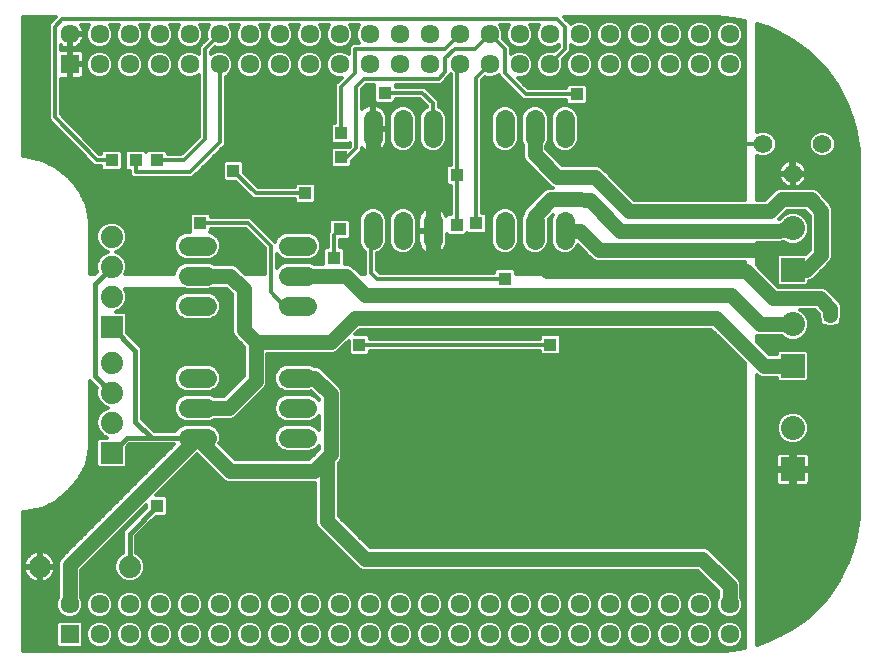
<source format=gbl>
G75*
%MOIN*%
%OFA0B0*%
%FSLAX25Y25*%
%IPPOS*%
%LPD*%
%AMOC8*
5,1,8,0,0,1.08239X$1,22.5*
%
%ADD10R,0.06337X0.06337*%
%ADD11C,0.06337*%
%ADD12R,0.08000X0.08000*%
%ADD13C,0.08000*%
%ADD14C,0.07400*%
%ADD15C,0.06400*%
%ADD16C,0.06140*%
%ADD17R,0.07400X0.07400*%
%ADD18C,0.05000*%
%ADD19R,0.04362X0.04362*%
%ADD20C,0.01200*%
%ADD21C,0.01600*%
%ADD22C,0.05150*%
%ADD23R,0.05150X0.05150*%
D10*
X0080000Y0091833D03*
X0080000Y0281833D03*
D11*
X0090000Y0281833D03*
X0100000Y0281833D03*
X0110000Y0281833D03*
X0120000Y0281833D03*
X0130000Y0281833D03*
X0140000Y0281833D03*
X0150000Y0281833D03*
X0160000Y0281833D03*
X0170000Y0281833D03*
X0180000Y0281833D03*
X0190000Y0281833D03*
X0200000Y0281833D03*
X0210000Y0281833D03*
X0220000Y0281833D03*
X0230000Y0281833D03*
X0240000Y0281833D03*
X0250000Y0281833D03*
X0260000Y0281833D03*
X0270000Y0281833D03*
X0280000Y0281833D03*
X0290000Y0281833D03*
X0300000Y0281833D03*
X0300000Y0291833D03*
X0290000Y0291833D03*
X0280000Y0291833D03*
X0270000Y0291833D03*
X0260000Y0291833D03*
X0250000Y0291833D03*
X0240000Y0291833D03*
X0230000Y0291833D03*
X0220000Y0291833D03*
X0210000Y0291833D03*
X0200000Y0291833D03*
X0190000Y0291833D03*
X0180000Y0291833D03*
X0170000Y0291833D03*
X0160000Y0291833D03*
X0150000Y0291833D03*
X0140000Y0291833D03*
X0130000Y0291833D03*
X0120000Y0291833D03*
X0110000Y0291833D03*
X0100000Y0291833D03*
X0090000Y0291833D03*
X0080000Y0291833D03*
X0080000Y0101833D03*
X0090000Y0101833D03*
X0090000Y0091833D03*
X0100000Y0091833D03*
X0110000Y0091833D03*
X0120000Y0091833D03*
X0130000Y0091833D03*
X0140000Y0091833D03*
X0150000Y0091833D03*
X0160000Y0091833D03*
X0170000Y0091833D03*
X0180000Y0091833D03*
X0190000Y0091833D03*
X0200000Y0091833D03*
X0210000Y0091833D03*
X0220000Y0091833D03*
X0230000Y0091833D03*
X0240000Y0091833D03*
X0250000Y0091833D03*
X0260000Y0091833D03*
X0270000Y0091833D03*
X0280000Y0091833D03*
X0290000Y0091833D03*
X0300000Y0091833D03*
X0300000Y0101833D03*
X0290000Y0101833D03*
X0280000Y0101833D03*
X0270000Y0101833D03*
X0260000Y0101833D03*
X0250000Y0101833D03*
X0240000Y0101833D03*
X0230000Y0101833D03*
X0220000Y0101833D03*
X0210000Y0101833D03*
X0200000Y0101833D03*
X0190000Y0101833D03*
X0180000Y0101833D03*
X0170000Y0101833D03*
X0160000Y0101833D03*
X0150000Y0101833D03*
X0140000Y0101833D03*
X0130000Y0101833D03*
X0120000Y0101833D03*
X0110000Y0101833D03*
X0100000Y0101833D03*
D12*
X0321000Y0146833D03*
X0321000Y0181333D03*
X0321000Y0213333D03*
D13*
X0321000Y0227113D03*
X0321000Y0195113D03*
X0321000Y0160613D03*
D14*
X0100000Y0114333D03*
X0070000Y0114333D03*
X0094000Y0162333D03*
X0094000Y0172333D03*
X0094000Y0182333D03*
X0094000Y0204333D03*
X0094000Y0214333D03*
X0094000Y0224333D03*
D15*
X0119300Y0221333D02*
X0125700Y0221333D01*
X0125700Y0211333D02*
X0119300Y0211333D01*
X0119300Y0201333D02*
X0125700Y0201333D01*
X0125700Y0177333D02*
X0119300Y0177333D01*
X0119300Y0167333D02*
X0125700Y0167333D01*
X0125700Y0157333D02*
X0119300Y0157333D01*
X0152800Y0157333D02*
X0159200Y0157333D01*
X0159200Y0167333D02*
X0152800Y0167333D01*
X0152800Y0177333D02*
X0159200Y0177333D01*
X0159200Y0201333D02*
X0152800Y0201333D01*
X0152800Y0211333D02*
X0159200Y0211333D01*
X0159200Y0221333D02*
X0152800Y0221333D01*
X0181000Y0223133D02*
X0181000Y0229533D01*
X0191000Y0229533D02*
X0191000Y0223133D01*
X0201000Y0223133D02*
X0201000Y0229533D01*
X0225000Y0229533D02*
X0225000Y0223133D01*
X0235000Y0223133D02*
X0235000Y0229533D01*
X0245000Y0229533D02*
X0245000Y0223133D01*
X0245000Y0257133D02*
X0245000Y0263533D01*
X0235000Y0263533D02*
X0235000Y0257133D01*
X0225000Y0257133D02*
X0225000Y0263533D01*
X0201000Y0263533D02*
X0201000Y0257133D01*
X0191000Y0257133D02*
X0191000Y0263533D01*
X0181000Y0263533D02*
X0181000Y0257133D01*
D16*
X0311157Y0255255D03*
X0321000Y0245412D03*
X0330843Y0255255D03*
D17*
X0094000Y0194333D03*
X0094000Y0152333D03*
D18*
X0122500Y0157333D02*
X0133500Y0146333D01*
X0161500Y0146333D01*
X0165800Y0150633D01*
X0165800Y0129633D01*
X0178500Y0116933D01*
X0290900Y0116933D01*
X0300000Y0107833D01*
X0300000Y0101833D01*
X0311500Y0181333D02*
X0295500Y0197333D01*
X0175000Y0197333D01*
X0167000Y0189333D01*
X0143000Y0189333D01*
X0142000Y0188333D01*
X0142000Y0176333D01*
X0133000Y0167333D01*
X0122500Y0167333D01*
X0122500Y0157333D02*
X0080000Y0114833D01*
X0080000Y0101833D01*
X0156000Y0177333D02*
X0161500Y0177333D01*
X0167000Y0171833D01*
X0167000Y0151833D01*
X0165800Y0150633D01*
X0143000Y0189333D02*
X0142000Y0189333D01*
X0138000Y0193333D01*
X0138000Y0206833D01*
X0133500Y0211333D01*
X0122500Y0211333D01*
X0156000Y0211333D02*
X0172000Y0211333D01*
X0178500Y0204833D01*
X0300500Y0204833D01*
X0310220Y0195113D01*
X0321000Y0195113D01*
X0314500Y0203833D02*
X0305500Y0212833D01*
X0239000Y0212833D01*
X0236000Y0215833D01*
X0204000Y0215833D01*
X0201000Y0218833D01*
X0201000Y0226333D01*
X0201000Y0239833D01*
X0197500Y0243333D01*
X0187000Y0243333D01*
X0181000Y0249333D01*
X0181000Y0260333D01*
X0235000Y0260333D02*
X0235000Y0251833D01*
X0242500Y0244333D01*
X0255000Y0244333D01*
X0266500Y0232833D01*
X0313500Y0232833D01*
X0317500Y0236833D01*
X0327000Y0236833D01*
X0330500Y0232833D01*
X0330500Y0218333D01*
X0325500Y0213333D01*
X0321000Y0213333D01*
X0314500Y0203833D02*
X0330000Y0203833D01*
X0333500Y0200333D01*
X0333500Y0198333D01*
X0321000Y0181333D02*
X0311500Y0181333D01*
X0310200Y0219833D02*
X0256500Y0219833D01*
X0250000Y0226333D01*
X0245000Y0226333D01*
X0235000Y0226333D02*
X0235000Y0231333D01*
X0240500Y0236833D01*
X0248500Y0236833D01*
X0253280Y0236613D01*
X0263500Y0226333D01*
X0316220Y0226333D01*
X0321000Y0227113D01*
D19*
X0333500Y0198333D03*
X0280500Y0238833D03*
X0280400Y0254533D03*
X0249000Y0271833D03*
X0209000Y0244833D03*
X0215500Y0228833D03*
X0209000Y0228333D03*
X0225000Y0210333D03*
X0240200Y0188433D03*
X0176500Y0188333D03*
X0168000Y0217333D03*
X0170000Y0226833D03*
X0158500Y0238833D03*
X0170500Y0250833D03*
X0170500Y0258833D03*
X0185000Y0272333D03*
X0134500Y0246333D03*
X0123500Y0228833D03*
X0109000Y0249833D03*
X0102000Y0249833D03*
X0094000Y0249833D03*
X0109100Y0134533D03*
X0313000Y0269333D03*
D20*
X0064350Y0132483D02*
X0064350Y0086183D01*
X0295000Y0086183D01*
X0298778Y0086332D01*
X0305000Y0087317D01*
X0305000Y0182318D01*
X0293885Y0193433D01*
X0176615Y0193433D01*
X0175097Y0191914D01*
X0179261Y0191914D01*
X0180081Y0191094D01*
X0180081Y0190333D01*
X0236619Y0190333D01*
X0236619Y0191194D01*
X0237439Y0192014D01*
X0242961Y0192014D01*
X0243781Y0191194D01*
X0243781Y0185672D01*
X0242961Y0184852D01*
X0237439Y0184852D01*
X0236619Y0185672D01*
X0236619Y0186333D01*
X0180081Y0186333D01*
X0180081Y0185572D01*
X0179261Y0184752D01*
X0173739Y0184752D01*
X0172919Y0185572D01*
X0172919Y0189737D01*
X0170306Y0187124D01*
X0169209Y0186027D01*
X0167776Y0185433D01*
X0145900Y0185433D01*
X0145900Y0175558D01*
X0145306Y0174124D01*
X0144209Y0173027D01*
X0135209Y0164027D01*
X0133776Y0163433D01*
X0128305Y0163433D01*
X0126615Y0162733D01*
X0118385Y0162733D01*
X0116694Y0163434D01*
X0115400Y0164728D01*
X0114700Y0166418D01*
X0114700Y0168248D01*
X0115400Y0169939D01*
X0116694Y0171233D01*
X0118385Y0171933D01*
X0126615Y0171933D01*
X0128305Y0171233D01*
X0131385Y0171233D01*
X0138100Y0177949D01*
X0138100Y0187718D01*
X0135791Y0190027D01*
X0134694Y0191124D01*
X0134100Y0192558D01*
X0134100Y0205218D01*
X0132485Y0206833D01*
X0126856Y0206833D01*
X0126615Y0206733D01*
X0118385Y0206733D01*
X0118144Y0206833D01*
X0098485Y0206833D01*
X0099100Y0205348D01*
X0099100Y0203319D01*
X0098324Y0201444D01*
X0096889Y0200010D01*
X0095497Y0199433D01*
X0098280Y0199433D01*
X0099100Y0198613D01*
X0099100Y0192345D01*
X0102811Y0188633D01*
X0104100Y0187345D01*
X0104100Y0163645D01*
X0108211Y0159533D01*
X0115232Y0159533D01*
X0115400Y0159939D01*
X0116694Y0161233D01*
X0118385Y0161933D01*
X0126615Y0161933D01*
X0128306Y0161233D01*
X0129600Y0159939D01*
X0130300Y0158248D01*
X0130300Y0156418D01*
X0129899Y0155450D01*
X0135115Y0150233D01*
X0159885Y0150233D01*
X0163100Y0153449D01*
X0163100Y0154728D01*
X0163100Y0154728D01*
X0161806Y0153434D01*
X0160115Y0152733D01*
X0151885Y0152733D01*
X0150194Y0153434D01*
X0148900Y0154728D01*
X0148200Y0156418D01*
X0148200Y0158248D01*
X0148900Y0159939D01*
X0150194Y0161233D01*
X0151885Y0161933D01*
X0160115Y0161933D01*
X0161806Y0161233D01*
X0163100Y0159939D01*
X0163100Y0159938D01*
X0163100Y0164728D01*
X0163100Y0164728D01*
X0161806Y0163434D01*
X0160115Y0162733D01*
X0151885Y0162733D01*
X0150194Y0163434D01*
X0148900Y0164728D01*
X0148200Y0166418D01*
X0148200Y0168248D01*
X0148900Y0169939D01*
X0150194Y0171233D01*
X0151885Y0171933D01*
X0160115Y0171933D01*
X0161806Y0171233D01*
X0163100Y0169939D01*
X0163100Y0169938D01*
X0163100Y0170218D01*
X0160447Y0172871D01*
X0160115Y0172733D01*
X0151885Y0172733D01*
X0150194Y0173434D01*
X0148900Y0174728D01*
X0148200Y0176418D01*
X0148200Y0178248D01*
X0148900Y0179939D01*
X0150194Y0181233D01*
X0151885Y0181933D01*
X0160115Y0181933D01*
X0161805Y0181233D01*
X0162276Y0181233D01*
X0163709Y0180640D01*
X0169209Y0175140D01*
X0170306Y0174042D01*
X0170900Y0172609D01*
X0170900Y0151058D01*
X0170306Y0149624D01*
X0169700Y0149018D01*
X0169700Y0131249D01*
X0180115Y0120833D01*
X0291676Y0120833D01*
X0293109Y0120240D01*
X0294206Y0119142D01*
X0303306Y0110042D01*
X0303900Y0108609D01*
X0303900Y0104356D01*
X0304568Y0102742D01*
X0304568Y0100925D01*
X0303873Y0099245D01*
X0302588Y0097960D01*
X0300909Y0097265D01*
X0299091Y0097265D01*
X0297412Y0097960D01*
X0296127Y0099245D01*
X0295431Y0100925D01*
X0295431Y0102742D01*
X0296100Y0104356D01*
X0296100Y0106218D01*
X0289285Y0113033D01*
X0177724Y0113033D01*
X0176291Y0113627D01*
X0163591Y0126327D01*
X0162494Y0127424D01*
X0161900Y0128858D01*
X0161900Y0142433D01*
X0132724Y0142433D01*
X0131291Y0143027D01*
X0122500Y0151818D01*
X0108797Y0138114D01*
X0111861Y0138114D01*
X0112681Y0137294D01*
X0112681Y0131772D01*
X0111861Y0130952D01*
X0108630Y0130952D01*
X0102200Y0124522D01*
X0102200Y0118942D01*
X0102889Y0118657D01*
X0104324Y0117222D01*
X0105100Y0115348D01*
X0105100Y0113319D01*
X0104324Y0111444D01*
X0102889Y0110010D01*
X0101014Y0109233D01*
X0098986Y0109233D01*
X0097111Y0110010D01*
X0095676Y0111444D01*
X0094900Y0113319D01*
X0094900Y0115348D01*
X0095676Y0117222D01*
X0097111Y0118657D01*
X0097800Y0118942D01*
X0097800Y0126345D01*
X0099089Y0127633D01*
X0105519Y0134063D01*
X0105519Y0134837D01*
X0083900Y0113218D01*
X0083900Y0104356D01*
X0084568Y0102742D01*
X0084568Y0100925D01*
X0083873Y0099245D01*
X0082588Y0097960D01*
X0080909Y0097265D01*
X0079091Y0097265D01*
X0077412Y0097960D01*
X0076127Y0099245D01*
X0075431Y0100925D01*
X0075431Y0102742D01*
X0076100Y0104356D01*
X0076100Y0115609D01*
X0076694Y0117042D01*
X0077791Y0118140D01*
X0114785Y0155133D01*
X0099911Y0155133D01*
X0099100Y0154322D01*
X0099100Y0148053D01*
X0098280Y0147233D01*
X0089720Y0147233D01*
X0088900Y0148053D01*
X0088900Y0156613D01*
X0089720Y0157433D01*
X0092503Y0157433D01*
X0091111Y0158010D01*
X0089676Y0159444D01*
X0088900Y0161319D01*
X0088900Y0163348D01*
X0089676Y0165222D01*
X0091111Y0166657D01*
X0092744Y0167333D01*
X0091111Y0168010D01*
X0089676Y0169444D01*
X0088900Y0171319D01*
X0088900Y0173348D01*
X0089156Y0173966D01*
X0086850Y0176272D01*
X0086850Y0154090D01*
X0085629Y0148740D01*
X0085629Y0148740D01*
X0083248Y0143796D01*
X0083248Y0143796D01*
X0079827Y0139506D01*
X0079827Y0139506D01*
X0079827Y0139506D01*
X0075537Y0136085D01*
X0075537Y0136085D01*
X0070593Y0133704D01*
X0070593Y0133704D01*
X0065244Y0132483D01*
X0064350Y0132483D01*
X0064350Y0132472D02*
X0092124Y0132472D01*
X0093322Y0133671D02*
X0070446Y0133671D01*
X0073012Y0134869D02*
X0094521Y0134869D01*
X0095719Y0136068D02*
X0075501Y0136068D01*
X0077018Y0137266D02*
X0096918Y0137266D01*
X0098116Y0138465D02*
X0078521Y0138465D01*
X0079952Y0139663D02*
X0099315Y0139663D01*
X0100513Y0140862D02*
X0080908Y0140862D01*
X0081864Y0142060D02*
X0101712Y0142060D01*
X0102910Y0143259D02*
X0082820Y0143259D01*
X0083567Y0144457D02*
X0104109Y0144457D01*
X0105307Y0145656D02*
X0084144Y0145656D01*
X0084721Y0146854D02*
X0106506Y0146854D01*
X0107704Y0148053D02*
X0099100Y0148053D01*
X0099100Y0149251D02*
X0108903Y0149251D01*
X0110101Y0150450D02*
X0099100Y0150450D01*
X0099100Y0151648D02*
X0111300Y0151648D01*
X0112498Y0152847D02*
X0099100Y0152847D01*
X0099100Y0154045D02*
X0113697Y0154045D01*
X0115499Y0160038D02*
X0107707Y0160038D01*
X0106508Y0161237D02*
X0116703Y0161237D01*
X0116494Y0163634D02*
X0104111Y0163634D01*
X0104100Y0164832D02*
X0115357Y0164832D01*
X0114861Y0166031D02*
X0104100Y0166031D01*
X0104100Y0167229D02*
X0114700Y0167229D01*
X0114774Y0168428D02*
X0104100Y0168428D01*
X0104100Y0169626D02*
X0115271Y0169626D01*
X0116286Y0170825D02*
X0104100Y0170825D01*
X0104100Y0172023D02*
X0132174Y0172023D01*
X0133373Y0173222D02*
X0127794Y0173222D01*
X0128306Y0173434D02*
X0126615Y0172733D01*
X0118385Y0172733D01*
X0116694Y0173434D01*
X0115400Y0174728D01*
X0114700Y0176418D01*
X0114700Y0178248D01*
X0115400Y0179939D01*
X0116694Y0181233D01*
X0118385Y0181933D01*
X0126615Y0181933D01*
X0128306Y0181233D01*
X0129600Y0179939D01*
X0130300Y0178248D01*
X0130300Y0176418D01*
X0129600Y0174728D01*
X0128306Y0173434D01*
X0129292Y0174420D02*
X0134571Y0174420D01*
X0135770Y0175619D02*
X0129969Y0175619D01*
X0130300Y0176817D02*
X0136968Y0176817D01*
X0138100Y0178016D02*
X0130300Y0178016D01*
X0129900Y0179214D02*
X0138100Y0179214D01*
X0138100Y0180413D02*
X0129126Y0180413D01*
X0127393Y0181611D02*
X0138100Y0181611D01*
X0138100Y0182810D02*
X0104100Y0182810D01*
X0104100Y0184008D02*
X0138100Y0184008D01*
X0138100Y0185207D02*
X0104100Y0185207D01*
X0104100Y0186405D02*
X0138100Y0186405D01*
X0138100Y0187604D02*
X0103841Y0187604D01*
X0102642Y0188802D02*
X0137016Y0188802D01*
X0135817Y0190001D02*
X0101444Y0190001D01*
X0100245Y0191199D02*
X0134663Y0191199D01*
X0134166Y0192398D02*
X0099100Y0192398D01*
X0099100Y0193596D02*
X0134100Y0193596D01*
X0134100Y0194795D02*
X0099100Y0194795D01*
X0099100Y0195993D02*
X0134100Y0195993D01*
X0134100Y0197192D02*
X0127722Y0197192D01*
X0128306Y0197434D02*
X0126615Y0196733D01*
X0118385Y0196733D01*
X0116694Y0197434D01*
X0115400Y0198728D01*
X0114700Y0200418D01*
X0114700Y0202248D01*
X0115400Y0203939D01*
X0116694Y0205233D01*
X0118385Y0205933D01*
X0126615Y0205933D01*
X0128306Y0205233D01*
X0129600Y0203939D01*
X0130300Y0202248D01*
X0130300Y0200418D01*
X0129600Y0198728D01*
X0128306Y0197434D01*
X0129262Y0198390D02*
X0134100Y0198390D01*
X0134100Y0199589D02*
X0129956Y0199589D01*
X0130300Y0200787D02*
X0134100Y0200787D01*
X0134100Y0201986D02*
X0130300Y0201986D01*
X0129912Y0203184D02*
X0134100Y0203184D01*
X0134100Y0204383D02*
X0129156Y0204383D01*
X0127464Y0205581D02*
X0133736Y0205581D01*
X0132538Y0206780D02*
X0126728Y0206780D01*
X0118272Y0206780D02*
X0098507Y0206780D01*
X0099003Y0205581D02*
X0117536Y0205581D01*
X0115844Y0204383D02*
X0099100Y0204383D01*
X0099044Y0203184D02*
X0115088Y0203184D01*
X0114700Y0201986D02*
X0098548Y0201986D01*
X0097667Y0200787D02*
X0114700Y0200787D01*
X0115044Y0199589D02*
X0095873Y0199589D01*
X0099100Y0198390D02*
X0115738Y0198390D01*
X0117278Y0197192D02*
X0099100Y0197192D01*
X0104100Y0181611D02*
X0117607Y0181611D01*
X0115874Y0180413D02*
X0104100Y0180413D01*
X0104100Y0179214D02*
X0115100Y0179214D01*
X0114700Y0178016D02*
X0104100Y0178016D01*
X0104100Y0176817D02*
X0114700Y0176817D01*
X0115031Y0175619D02*
X0104100Y0175619D01*
X0104100Y0174420D02*
X0115708Y0174420D01*
X0117206Y0173222D02*
X0104100Y0173222D01*
X0105310Y0162435D02*
X0163100Y0162435D01*
X0163100Y0161237D02*
X0161797Y0161237D01*
X0163001Y0160038D02*
X0163100Y0160038D01*
X0163100Y0163634D02*
X0162006Y0163634D01*
X0162418Y0154045D02*
X0163100Y0154045D01*
X0162498Y0152847D02*
X0160389Y0152847D01*
X0161300Y0151648D02*
X0133700Y0151648D01*
X0134899Y0150450D02*
X0160101Y0150450D01*
X0169700Y0148053D02*
X0305000Y0148053D01*
X0305000Y0149251D02*
X0169934Y0149251D01*
X0170648Y0150450D02*
X0305000Y0150450D01*
X0305000Y0151648D02*
X0170900Y0151648D01*
X0170900Y0152847D02*
X0305000Y0152847D01*
X0305000Y0154045D02*
X0170900Y0154045D01*
X0170900Y0155244D02*
X0305000Y0155244D01*
X0305000Y0156443D02*
X0170900Y0156443D01*
X0170900Y0157641D02*
X0305000Y0157641D01*
X0305000Y0158840D02*
X0170900Y0158840D01*
X0170900Y0160038D02*
X0305000Y0160038D01*
X0305000Y0161237D02*
X0170900Y0161237D01*
X0170900Y0162435D02*
X0305000Y0162435D01*
X0305000Y0163634D02*
X0170900Y0163634D01*
X0170900Y0164832D02*
X0305000Y0164832D01*
X0305000Y0166031D02*
X0170900Y0166031D01*
X0170900Y0167229D02*
X0305000Y0167229D01*
X0305000Y0168428D02*
X0170900Y0168428D01*
X0170900Y0169626D02*
X0305000Y0169626D01*
X0305000Y0170825D02*
X0170900Y0170825D01*
X0170900Y0172023D02*
X0305000Y0172023D01*
X0305000Y0173222D02*
X0170646Y0173222D01*
X0169929Y0174420D02*
X0305000Y0174420D01*
X0305000Y0175619D02*
X0168730Y0175619D01*
X0167532Y0176817D02*
X0305000Y0176817D01*
X0305000Y0178016D02*
X0166333Y0178016D01*
X0165135Y0179214D02*
X0305000Y0179214D01*
X0305000Y0180413D02*
X0163936Y0180413D01*
X0160893Y0181611D02*
X0305000Y0181611D01*
X0304508Y0182810D02*
X0145900Y0182810D01*
X0145900Y0184008D02*
X0303310Y0184008D01*
X0302111Y0185207D02*
X0243316Y0185207D01*
X0243781Y0186405D02*
X0300913Y0186405D01*
X0299714Y0187604D02*
X0243781Y0187604D01*
X0243781Y0188802D02*
X0298516Y0188802D01*
X0297317Y0190001D02*
X0243781Y0190001D01*
X0243776Y0191199D02*
X0296119Y0191199D01*
X0294920Y0192398D02*
X0175580Y0192398D01*
X0176500Y0188333D02*
X0240100Y0188333D01*
X0240200Y0188433D01*
X0237084Y0185207D02*
X0179716Y0185207D01*
X0179976Y0191199D02*
X0236624Y0191199D01*
X0225000Y0210333D02*
X0182500Y0210333D01*
X0180500Y0212333D01*
X0180500Y0225833D01*
X0181000Y0226333D01*
X0185600Y0225956D02*
X0186400Y0225956D01*
X0186400Y0224758D02*
X0185600Y0224758D01*
X0185600Y0223559D02*
X0186400Y0223559D01*
X0186400Y0222361D02*
X0185600Y0222361D01*
X0185600Y0222218D02*
X0185600Y0230448D01*
X0184900Y0232139D01*
X0183606Y0233433D01*
X0181915Y0234133D01*
X0180085Y0234133D01*
X0178394Y0233433D01*
X0177100Y0232139D01*
X0176400Y0230448D01*
X0176400Y0222218D01*
X0177100Y0220528D01*
X0178394Y0219234D01*
X0178500Y0219190D01*
X0178500Y0211833D01*
X0177015Y0211833D01*
X0175306Y0213542D01*
X0174209Y0214640D01*
X0172776Y0215233D01*
X0171581Y0215233D01*
X0171581Y0220094D01*
X0170761Y0220914D01*
X0170000Y0220914D01*
X0170000Y0223252D01*
X0172761Y0223252D01*
X0173581Y0224072D01*
X0173581Y0229594D01*
X0172761Y0230414D01*
X0167239Y0230414D01*
X0166419Y0229594D01*
X0166419Y0226081D01*
X0166000Y0225662D01*
X0166000Y0220914D01*
X0165239Y0220914D01*
X0164419Y0220094D01*
X0164419Y0215233D01*
X0161805Y0215233D01*
X0160115Y0215933D01*
X0151885Y0215933D01*
X0150194Y0215233D01*
X0149000Y0214039D01*
X0149000Y0218628D01*
X0150194Y0217434D01*
X0151885Y0216733D01*
X0160115Y0216733D01*
X0161806Y0217434D01*
X0163100Y0218728D01*
X0163800Y0220418D01*
X0163800Y0222248D01*
X0163100Y0223939D01*
X0161806Y0225233D01*
X0160115Y0225933D01*
X0151885Y0225933D01*
X0150194Y0225233D01*
X0148900Y0223939D01*
X0148409Y0222753D01*
X0141500Y0229662D01*
X0140328Y0230833D01*
X0127081Y0230833D01*
X0127081Y0231594D01*
X0126261Y0232414D01*
X0120739Y0232414D01*
X0119919Y0231594D01*
X0119919Y0226072D01*
X0120058Y0225933D01*
X0118385Y0225933D01*
X0116694Y0225233D01*
X0115400Y0223939D01*
X0114700Y0222248D01*
X0114700Y0220418D01*
X0115400Y0218728D01*
X0116694Y0217434D01*
X0118385Y0216733D01*
X0126615Y0216733D01*
X0128306Y0217434D01*
X0129600Y0218728D01*
X0130300Y0220418D01*
X0130300Y0222248D01*
X0129600Y0223939D01*
X0128306Y0225233D01*
X0126846Y0225838D01*
X0127081Y0226072D01*
X0127081Y0226833D01*
X0138672Y0226833D01*
X0145000Y0220505D01*
X0145000Y0211833D01*
X0138515Y0211833D01*
X0136806Y0213542D01*
X0135709Y0214640D01*
X0134276Y0215233D01*
X0128305Y0215233D01*
X0126615Y0215933D01*
X0118385Y0215933D01*
X0116694Y0215233D01*
X0115400Y0213939D01*
X0114700Y0212248D01*
X0114700Y0211833D01*
X0098485Y0211833D01*
X0099100Y0213319D01*
X0099100Y0215348D01*
X0098324Y0217222D01*
X0096889Y0218657D01*
X0095256Y0219333D01*
X0096889Y0220010D01*
X0098324Y0221444D01*
X0099100Y0223319D01*
X0099100Y0225348D01*
X0098324Y0227222D01*
X0096889Y0228657D01*
X0095014Y0229433D01*
X0092986Y0229433D01*
X0091111Y0228657D01*
X0089676Y0227222D01*
X0088900Y0225348D01*
X0088900Y0223319D01*
X0089676Y0221444D01*
X0091111Y0220010D01*
X0092744Y0219333D01*
X0091111Y0218657D01*
X0089676Y0217222D01*
X0088900Y0215348D01*
X0088900Y0213319D01*
X0089185Y0212630D01*
X0088389Y0211833D01*
X0086850Y0211833D01*
X0086850Y0229577D01*
X0085629Y0234927D01*
X0083248Y0239870D01*
X0083248Y0239870D01*
X0079827Y0244160D01*
X0075537Y0247581D01*
X0075537Y0247582D01*
X0070593Y0249962D01*
X0065244Y0251183D01*
X0064350Y0251183D01*
X0064350Y0297483D01*
X0075322Y0297483D01*
X0074172Y0296333D01*
X0073000Y0295162D01*
X0073000Y0264351D01*
X0072986Y0263540D01*
X0073000Y0263525D01*
X0073000Y0263505D01*
X0073573Y0262931D01*
X0087000Y0249025D01*
X0087000Y0249005D01*
X0087573Y0248432D01*
X0088137Y0247848D01*
X0088157Y0247848D01*
X0088172Y0247833D01*
X0088982Y0247833D01*
X0089793Y0247819D01*
X0089808Y0247833D01*
X0090419Y0247833D01*
X0090419Y0247072D01*
X0091239Y0246252D01*
X0096761Y0246252D01*
X0097581Y0247072D01*
X0097581Y0252594D01*
X0096761Y0253414D01*
X0091239Y0253414D01*
X0090419Y0252594D01*
X0090419Y0251833D01*
X0089849Y0251833D01*
X0077000Y0265141D01*
X0077000Y0277065D01*
X0079616Y0277065D01*
X0079616Y0281449D01*
X0080384Y0281449D01*
X0080384Y0277065D01*
X0083379Y0277065D01*
X0083786Y0277174D01*
X0084151Y0277385D01*
X0084449Y0277682D01*
X0084659Y0278047D01*
X0084768Y0278454D01*
X0084768Y0281449D01*
X0080384Y0281449D01*
X0080384Y0282218D01*
X0079616Y0282218D01*
X0079616Y0286602D01*
X0077000Y0286602D01*
X0077000Y0288119D01*
X0077501Y0287755D01*
X0078170Y0287414D01*
X0078883Y0287182D01*
X0079616Y0287066D01*
X0079616Y0291449D01*
X0080384Y0291449D01*
X0080384Y0287066D01*
X0081117Y0287182D01*
X0081830Y0287414D01*
X0082499Y0287755D01*
X0083106Y0288196D01*
X0083637Y0288727D01*
X0084078Y0289334D01*
X0084419Y0290003D01*
X0084651Y0290717D01*
X0084767Y0291449D01*
X0080384Y0291449D01*
X0080384Y0292218D01*
X0084767Y0292218D01*
X0084651Y0292950D01*
X0084419Y0293664D01*
X0084078Y0294333D01*
X0083715Y0294833D01*
X0086539Y0294833D01*
X0086127Y0294421D01*
X0085431Y0292742D01*
X0085431Y0290925D01*
X0086127Y0289245D01*
X0087412Y0287960D01*
X0089091Y0287265D01*
X0090909Y0287265D01*
X0092588Y0287960D01*
X0093873Y0289245D01*
X0094568Y0290925D01*
X0094568Y0292742D01*
X0093873Y0294421D01*
X0093461Y0294833D01*
X0096539Y0294833D01*
X0096127Y0294421D01*
X0095431Y0292742D01*
X0095431Y0290925D01*
X0096127Y0289245D01*
X0097412Y0287960D01*
X0099091Y0287265D01*
X0100909Y0287265D01*
X0102588Y0287960D01*
X0103873Y0289245D01*
X0104568Y0290925D01*
X0104568Y0292742D01*
X0103873Y0294421D01*
X0103461Y0294833D01*
X0106539Y0294833D01*
X0106127Y0294421D01*
X0105431Y0292742D01*
X0105431Y0290925D01*
X0106127Y0289245D01*
X0107412Y0287960D01*
X0109091Y0287265D01*
X0110909Y0287265D01*
X0112588Y0287960D01*
X0113873Y0289245D01*
X0114568Y0290925D01*
X0114568Y0292742D01*
X0113873Y0294421D01*
X0113461Y0294833D01*
X0116539Y0294833D01*
X0116127Y0294421D01*
X0115431Y0292742D01*
X0115431Y0290925D01*
X0116127Y0289245D01*
X0117412Y0287960D01*
X0119091Y0287265D01*
X0120909Y0287265D01*
X0122588Y0287960D01*
X0123873Y0289245D01*
X0124568Y0290925D01*
X0124568Y0292742D01*
X0123873Y0294421D01*
X0123461Y0294833D01*
X0126539Y0294833D01*
X0126127Y0294421D01*
X0125431Y0292742D01*
X0125431Y0290925D01*
X0125675Y0290337D01*
X0124172Y0288833D01*
X0123000Y0287662D01*
X0123000Y0285294D01*
X0122588Y0285706D01*
X0120909Y0286402D01*
X0119091Y0286402D01*
X0117412Y0285706D01*
X0116127Y0284421D01*
X0115431Y0282742D01*
X0115431Y0280925D01*
X0116127Y0279245D01*
X0117412Y0277960D01*
X0119091Y0277265D01*
X0120909Y0277265D01*
X0122588Y0277960D01*
X0123000Y0278373D01*
X0123000Y0257662D01*
X0117172Y0251833D01*
X0112581Y0251833D01*
X0112581Y0252594D01*
X0111761Y0253414D01*
X0106239Y0253414D01*
X0105500Y0252675D01*
X0104761Y0253414D01*
X0099239Y0253414D01*
X0098419Y0252594D01*
X0098419Y0247072D01*
X0099239Y0246252D01*
X0100000Y0246252D01*
X0100000Y0245005D01*
X0101172Y0243833D01*
X0120828Y0243833D01*
X0122000Y0245005D01*
X0132000Y0255005D01*
X0132000Y0277717D01*
X0132588Y0277960D01*
X0133873Y0279245D01*
X0134568Y0280925D01*
X0134568Y0282742D01*
X0133873Y0284421D01*
X0132588Y0285706D01*
X0130909Y0286402D01*
X0129091Y0286402D01*
X0127412Y0285706D01*
X0127000Y0285294D01*
X0127000Y0286005D01*
X0128503Y0287508D01*
X0129091Y0287265D01*
X0130909Y0287265D01*
X0132588Y0287960D01*
X0133873Y0289245D01*
X0134568Y0290925D01*
X0134568Y0292742D01*
X0133873Y0294421D01*
X0133461Y0294833D01*
X0136539Y0294833D01*
X0136127Y0294421D01*
X0135431Y0292742D01*
X0135431Y0290925D01*
X0136127Y0289245D01*
X0137412Y0287960D01*
X0139091Y0287265D01*
X0140909Y0287265D01*
X0142588Y0287960D01*
X0143873Y0289245D01*
X0144568Y0290925D01*
X0144568Y0292742D01*
X0143873Y0294421D01*
X0143461Y0294833D01*
X0146539Y0294833D01*
X0146127Y0294421D01*
X0145431Y0292742D01*
X0145431Y0290925D01*
X0146127Y0289245D01*
X0147412Y0287960D01*
X0149091Y0287265D01*
X0150909Y0287265D01*
X0152588Y0287960D01*
X0153873Y0289245D01*
X0154568Y0290925D01*
X0154568Y0292742D01*
X0153873Y0294421D01*
X0153461Y0294833D01*
X0156539Y0294833D01*
X0156127Y0294421D01*
X0155431Y0292742D01*
X0155431Y0290925D01*
X0156127Y0289245D01*
X0157412Y0287960D01*
X0159091Y0287265D01*
X0160909Y0287265D01*
X0162588Y0287960D01*
X0163873Y0289245D01*
X0164568Y0290925D01*
X0164568Y0292742D01*
X0163873Y0294421D01*
X0163461Y0294833D01*
X0166539Y0294833D01*
X0166127Y0294421D01*
X0165431Y0292742D01*
X0165431Y0290925D01*
X0166127Y0289245D01*
X0167412Y0287960D01*
X0169091Y0287265D01*
X0170909Y0287265D01*
X0172588Y0287960D01*
X0173873Y0289245D01*
X0174568Y0290925D01*
X0174568Y0292742D01*
X0173873Y0294421D01*
X0173461Y0294833D01*
X0176539Y0294833D01*
X0176127Y0294421D01*
X0175431Y0292742D01*
X0175431Y0290925D01*
X0176127Y0289245D01*
X0176539Y0288833D01*
X0174172Y0288833D01*
X0173000Y0287662D01*
X0173000Y0285294D01*
X0172588Y0285706D01*
X0170909Y0286402D01*
X0169091Y0286402D01*
X0167412Y0285706D01*
X0166127Y0284421D01*
X0165431Y0282742D01*
X0165431Y0280925D01*
X0166127Y0279245D01*
X0167412Y0277960D01*
X0169091Y0277265D01*
X0170603Y0277265D01*
X0168500Y0275162D01*
X0168500Y0262414D01*
X0167739Y0262414D01*
X0166919Y0261594D01*
X0166919Y0256072D01*
X0167739Y0255252D01*
X0173261Y0255252D01*
X0173500Y0255491D01*
X0173500Y0254662D01*
X0173253Y0254414D01*
X0167739Y0254414D01*
X0166919Y0253594D01*
X0166919Y0248072D01*
X0167739Y0247252D01*
X0173261Y0247252D01*
X0174081Y0248072D01*
X0174081Y0249586D01*
X0176328Y0251833D01*
X0177500Y0253005D01*
X0177500Y0253845D01*
X0177873Y0253472D01*
X0178484Y0253028D01*
X0179157Y0252685D01*
X0179876Y0252452D01*
X0180600Y0252337D01*
X0180600Y0259933D01*
X0181400Y0259933D01*
X0181400Y0252337D01*
X0182124Y0252452D01*
X0182843Y0252685D01*
X0183516Y0253028D01*
X0184127Y0253472D01*
X0184661Y0254006D01*
X0185105Y0254618D01*
X0185448Y0255291D01*
X0185682Y0256009D01*
X0185800Y0256756D01*
X0185800Y0259933D01*
X0181400Y0259933D01*
X0181400Y0260733D01*
X0185800Y0260733D01*
X0185800Y0263911D01*
X0185682Y0264657D01*
X0185448Y0265376D01*
X0185105Y0266049D01*
X0184661Y0266660D01*
X0184127Y0267195D01*
X0183516Y0267639D01*
X0182843Y0267982D01*
X0182124Y0268215D01*
X0181400Y0268330D01*
X0181400Y0260733D01*
X0180600Y0260733D01*
X0180600Y0268330D01*
X0179876Y0268215D01*
X0179157Y0267982D01*
X0178484Y0267639D01*
X0177873Y0267195D01*
X0177500Y0266822D01*
X0177500Y0273505D01*
X0178828Y0274833D01*
X0181419Y0274833D01*
X0181419Y0269572D01*
X0182239Y0268752D01*
X0187761Y0268752D01*
X0188581Y0269572D01*
X0188581Y0270333D01*
X0196672Y0270333D01*
X0199000Y0268005D01*
X0199000Y0267684D01*
X0198394Y0267433D01*
X0197100Y0266139D01*
X0196400Y0264448D01*
X0196400Y0256218D01*
X0197100Y0254528D01*
X0198394Y0253234D01*
X0200085Y0252533D01*
X0201915Y0252533D01*
X0203606Y0253234D01*
X0204900Y0254528D01*
X0205600Y0256218D01*
X0205600Y0264448D01*
X0204900Y0266139D01*
X0203606Y0267433D01*
X0203000Y0267684D01*
X0203000Y0269662D01*
X0201828Y0270833D01*
X0198328Y0274333D01*
X0188581Y0274333D01*
X0188581Y0274833D01*
X0202298Y0274833D01*
X0202397Y0274754D01*
X0203111Y0274833D01*
X0203828Y0274833D01*
X0203918Y0274923D01*
X0204044Y0274937D01*
X0204493Y0275497D01*
X0205000Y0276005D01*
X0205000Y0276132D01*
X0206493Y0277997D01*
X0206934Y0278439D01*
X0207000Y0278372D01*
X0207000Y0248414D01*
X0206239Y0248414D01*
X0205419Y0247594D01*
X0205419Y0242072D01*
X0206239Y0241252D01*
X0207000Y0241252D01*
X0207000Y0231914D01*
X0206239Y0231914D01*
X0205510Y0231186D01*
X0205448Y0231376D01*
X0205105Y0232049D01*
X0204661Y0232660D01*
X0204127Y0233195D01*
X0203516Y0233639D01*
X0202843Y0233982D01*
X0202124Y0234215D01*
X0201400Y0234330D01*
X0201400Y0226733D01*
X0200600Y0226733D01*
X0200600Y0225933D01*
X0201400Y0225933D01*
X0201400Y0218337D01*
X0202124Y0218452D01*
X0202843Y0218685D01*
X0203516Y0219028D01*
X0204127Y0219472D01*
X0204661Y0220006D01*
X0205105Y0220618D01*
X0205448Y0221291D01*
X0205682Y0222009D01*
X0205800Y0222756D01*
X0205800Y0225191D01*
X0206239Y0224752D01*
X0211761Y0224752D01*
X0212500Y0225491D01*
X0212739Y0225252D01*
X0218261Y0225252D01*
X0219081Y0226072D01*
X0219081Y0231594D01*
X0218261Y0232414D01*
X0217500Y0232414D01*
X0217500Y0276505D01*
X0218503Y0277508D01*
X0219091Y0277265D01*
X0220909Y0277265D01*
X0222588Y0277960D01*
X0223000Y0278373D01*
X0223000Y0278005D01*
X0224172Y0276833D01*
X0231172Y0269833D01*
X0245419Y0269833D01*
X0245419Y0269072D01*
X0246239Y0268252D01*
X0251761Y0268252D01*
X0252581Y0269072D01*
X0252581Y0274594D01*
X0251761Y0275414D01*
X0246239Y0275414D01*
X0245419Y0274594D01*
X0245419Y0273833D01*
X0232828Y0273833D01*
X0229397Y0277265D01*
X0230909Y0277265D01*
X0232588Y0277960D01*
X0233873Y0279245D01*
X0234568Y0280925D01*
X0234568Y0282742D01*
X0233873Y0284421D01*
X0232588Y0285706D01*
X0230909Y0286402D01*
X0229091Y0286402D01*
X0227412Y0285706D01*
X0227000Y0285294D01*
X0227000Y0287662D01*
X0224325Y0290337D01*
X0224568Y0290925D01*
X0224568Y0292742D01*
X0223873Y0294421D01*
X0223461Y0294833D01*
X0226539Y0294833D01*
X0226127Y0294421D01*
X0225431Y0292742D01*
X0225431Y0290925D01*
X0226127Y0289245D01*
X0227412Y0287960D01*
X0229091Y0287265D01*
X0230909Y0287265D01*
X0232588Y0287960D01*
X0233873Y0289245D01*
X0234568Y0290925D01*
X0234568Y0292742D01*
X0233873Y0294421D01*
X0233461Y0294833D01*
X0236539Y0294833D01*
X0236127Y0294421D01*
X0235431Y0292742D01*
X0235431Y0290925D01*
X0236127Y0289245D01*
X0237412Y0287960D01*
X0239091Y0287265D01*
X0240909Y0287265D01*
X0242588Y0287960D01*
X0243000Y0288373D01*
X0243000Y0287662D01*
X0241497Y0286158D01*
X0240909Y0286402D01*
X0239091Y0286402D01*
X0237412Y0285706D01*
X0236127Y0284421D01*
X0235431Y0282742D01*
X0235431Y0280925D01*
X0236127Y0279245D01*
X0237412Y0277960D01*
X0239091Y0277265D01*
X0240909Y0277265D01*
X0242588Y0277960D01*
X0243873Y0279245D01*
X0244568Y0280925D01*
X0244568Y0282742D01*
X0244325Y0283330D01*
X0245828Y0284833D01*
X0247000Y0286005D01*
X0247000Y0288373D01*
X0247412Y0287960D01*
X0249091Y0287265D01*
X0250909Y0287265D01*
X0252588Y0287960D01*
X0253873Y0289245D01*
X0254568Y0290925D01*
X0254568Y0292742D01*
X0253873Y0294421D01*
X0252588Y0295706D01*
X0250909Y0296402D01*
X0249091Y0296402D01*
X0247412Y0295706D01*
X0246934Y0295228D01*
X0244678Y0297483D01*
X0295000Y0297483D01*
X0298778Y0297335D01*
X0305000Y0296349D01*
X0305000Y0236733D01*
X0268115Y0236733D01*
X0258306Y0246542D01*
X0257209Y0247640D01*
X0255776Y0248233D01*
X0244115Y0248233D01*
X0238900Y0253449D01*
X0238900Y0254528D01*
X0239600Y0256218D01*
X0239600Y0264448D01*
X0238900Y0266139D01*
X0237606Y0267433D01*
X0235915Y0268133D01*
X0234085Y0268133D01*
X0232394Y0267433D01*
X0231100Y0266139D01*
X0230400Y0264448D01*
X0230400Y0256218D01*
X0231100Y0254528D01*
X0231100Y0251058D01*
X0231694Y0249624D01*
X0232791Y0248527D01*
X0240291Y0241027D01*
X0241000Y0240733D01*
X0239724Y0240733D01*
X0238291Y0240140D01*
X0232791Y0234640D01*
X0231694Y0233542D01*
X0231121Y0232160D01*
X0231100Y0232139D01*
X0230400Y0230448D01*
X0230400Y0222218D01*
X0231100Y0220528D01*
X0232394Y0219234D01*
X0234085Y0218533D01*
X0235915Y0218533D01*
X0237606Y0219234D01*
X0238900Y0220528D01*
X0239600Y0222218D01*
X0239600Y0230418D01*
X0240944Y0231762D01*
X0240400Y0230448D01*
X0240400Y0222218D01*
X0241100Y0220528D01*
X0242394Y0219234D01*
X0244085Y0218533D01*
X0245915Y0218533D01*
X0247606Y0219234D01*
X0248900Y0220528D01*
X0249307Y0221511D01*
X0253194Y0217624D01*
X0254291Y0216527D01*
X0255724Y0215933D01*
X0305000Y0215933D01*
X0305000Y0211833D01*
X0228581Y0211833D01*
X0228581Y0213094D01*
X0227761Y0213914D01*
X0222239Y0213914D01*
X0221419Y0213094D01*
X0221419Y0212333D01*
X0183328Y0212333D01*
X0182500Y0213162D01*
X0182500Y0218776D01*
X0183606Y0219234D01*
X0184900Y0220528D01*
X0185600Y0222218D01*
X0186400Y0222218D02*
X0187100Y0220528D01*
X0188394Y0219234D01*
X0190085Y0218533D01*
X0191915Y0218533D01*
X0193606Y0219234D01*
X0194900Y0220528D01*
X0195600Y0222218D01*
X0195600Y0230448D01*
X0194900Y0232139D01*
X0193606Y0233433D01*
X0191915Y0234133D01*
X0190085Y0234133D01*
X0188394Y0233433D01*
X0187100Y0232139D01*
X0186400Y0230448D01*
X0186400Y0222218D01*
X0186837Y0221162D02*
X0185162Y0221162D01*
X0184336Y0219964D02*
X0187664Y0219964D01*
X0189525Y0218765D02*
X0182500Y0218765D01*
X0182500Y0217567D02*
X0253251Y0217567D01*
X0252053Y0218765D02*
X0246475Y0218765D01*
X0248336Y0219964D02*
X0250854Y0219964D01*
X0249656Y0221162D02*
X0249162Y0221162D01*
X0243525Y0218765D02*
X0236475Y0218765D01*
X0238336Y0219964D02*
X0241664Y0219964D01*
X0240837Y0221162D02*
X0239162Y0221162D01*
X0239600Y0222361D02*
X0240400Y0222361D01*
X0240400Y0223559D02*
X0239600Y0223559D01*
X0239600Y0224758D02*
X0240400Y0224758D01*
X0240400Y0225956D02*
X0239600Y0225956D01*
X0239600Y0227155D02*
X0240400Y0227155D01*
X0240400Y0228353D02*
X0239600Y0228353D01*
X0239600Y0229552D02*
X0240400Y0229552D01*
X0240525Y0230750D02*
X0239932Y0230750D01*
X0234894Y0236743D02*
X0217500Y0236743D01*
X0217500Y0237941D02*
X0236093Y0237941D01*
X0237291Y0239140D02*
X0217500Y0239140D01*
X0217500Y0240338D02*
X0238771Y0240338D01*
X0239781Y0241537D02*
X0217500Y0241537D01*
X0217500Y0242735D02*
X0238583Y0242735D01*
X0237384Y0243934D02*
X0217500Y0243934D01*
X0217500Y0245132D02*
X0236186Y0245132D01*
X0234987Y0246331D02*
X0217500Y0246331D01*
X0217500Y0247529D02*
X0233789Y0247529D01*
X0232590Y0248728D02*
X0217500Y0248728D01*
X0217500Y0249926D02*
X0231569Y0249926D01*
X0231100Y0251125D02*
X0217500Y0251125D01*
X0217500Y0252323D02*
X0231100Y0252323D01*
X0231100Y0253522D02*
X0227894Y0253522D01*
X0227606Y0253234D02*
X0228900Y0254528D01*
X0229600Y0256218D01*
X0229600Y0264448D01*
X0228900Y0266139D01*
X0227606Y0267433D01*
X0225915Y0268133D01*
X0224085Y0268133D01*
X0222394Y0267433D01*
X0221100Y0266139D01*
X0220400Y0264448D01*
X0220400Y0256218D01*
X0221100Y0254528D01*
X0222394Y0253234D01*
X0224085Y0252533D01*
X0225915Y0252533D01*
X0227606Y0253234D01*
X0228980Y0254720D02*
X0231020Y0254720D01*
X0230524Y0255919D02*
X0229476Y0255919D01*
X0229600Y0257117D02*
X0230400Y0257117D01*
X0230400Y0258316D02*
X0229600Y0258316D01*
X0229600Y0259514D02*
X0230400Y0259514D01*
X0230400Y0260713D02*
X0229600Y0260713D01*
X0229600Y0261912D02*
X0230400Y0261912D01*
X0230400Y0263110D02*
X0229600Y0263110D01*
X0229600Y0264309D02*
X0230400Y0264309D01*
X0230839Y0265507D02*
X0229161Y0265507D01*
X0228333Y0266706D02*
X0231667Y0266706D01*
X0233532Y0267904D02*
X0226468Y0267904D01*
X0223532Y0267904D02*
X0217500Y0267904D01*
X0217500Y0266706D02*
X0221667Y0266706D01*
X0220839Y0265507D02*
X0217500Y0265507D01*
X0217500Y0264309D02*
X0220400Y0264309D01*
X0220400Y0263110D02*
X0217500Y0263110D01*
X0217500Y0261912D02*
X0220400Y0261912D01*
X0220400Y0260713D02*
X0217500Y0260713D01*
X0217500Y0259514D02*
X0220400Y0259514D01*
X0220400Y0258316D02*
X0217500Y0258316D01*
X0217500Y0257117D02*
X0220400Y0257117D01*
X0220524Y0255919D02*
X0217500Y0255919D01*
X0217500Y0254720D02*
X0221020Y0254720D01*
X0222106Y0253522D02*
X0217500Y0253522D01*
X0207000Y0253522D02*
X0203894Y0253522D01*
X0204980Y0254720D02*
X0207000Y0254720D01*
X0207000Y0255919D02*
X0205476Y0255919D01*
X0205600Y0257117D02*
X0207000Y0257117D01*
X0207000Y0258316D02*
X0205600Y0258316D01*
X0205600Y0259514D02*
X0207000Y0259514D01*
X0207000Y0260713D02*
X0205600Y0260713D01*
X0205600Y0261912D02*
X0207000Y0261912D01*
X0207000Y0263110D02*
X0205600Y0263110D01*
X0205600Y0264309D02*
X0207000Y0264309D01*
X0207000Y0265507D02*
X0205161Y0265507D01*
X0204333Y0266706D02*
X0207000Y0266706D01*
X0207000Y0267904D02*
X0203000Y0267904D01*
X0203000Y0269103D02*
X0207000Y0269103D01*
X0207000Y0270301D02*
X0202361Y0270301D01*
X0201162Y0271500D02*
X0207000Y0271500D01*
X0207000Y0272698D02*
X0199964Y0272698D01*
X0198765Y0273897D02*
X0207000Y0273897D01*
X0207000Y0275095D02*
X0204171Y0275095D01*
X0205129Y0276294D02*
X0207000Y0276294D01*
X0207000Y0277492D02*
X0206088Y0277492D01*
X0205000Y0279333D02*
X0205000Y0283833D01*
X0208500Y0286833D01*
X0215000Y0286833D01*
X0220000Y0291833D01*
X0225000Y0286833D01*
X0225000Y0278833D01*
X0232000Y0271833D01*
X0249000Y0271833D01*
X0252581Y0271500D02*
X0305000Y0271500D01*
X0305000Y0272698D02*
X0252581Y0272698D01*
X0252581Y0273897D02*
X0305000Y0273897D01*
X0305000Y0275095D02*
X0252080Y0275095D01*
X0250909Y0277265D02*
X0249091Y0277265D01*
X0247412Y0277960D01*
X0246127Y0279245D01*
X0245431Y0280925D01*
X0245431Y0282742D01*
X0246127Y0284421D01*
X0247412Y0285706D01*
X0249091Y0286402D01*
X0250909Y0286402D01*
X0252588Y0285706D01*
X0253873Y0284421D01*
X0254568Y0282742D01*
X0254568Y0280925D01*
X0253873Y0279245D01*
X0252588Y0277960D01*
X0250909Y0277265D01*
X0251458Y0277492D02*
X0258542Y0277492D01*
X0259091Y0277265D02*
X0260909Y0277265D01*
X0262588Y0277960D01*
X0263873Y0279245D01*
X0264568Y0280925D01*
X0264568Y0282742D01*
X0263873Y0284421D01*
X0262588Y0285706D01*
X0260909Y0286402D01*
X0259091Y0286402D01*
X0257412Y0285706D01*
X0256127Y0284421D01*
X0255431Y0282742D01*
X0255431Y0280925D01*
X0256127Y0279245D01*
X0257412Y0277960D01*
X0259091Y0277265D01*
X0261458Y0277492D02*
X0268542Y0277492D01*
X0269091Y0277265D02*
X0270909Y0277265D01*
X0272588Y0277960D01*
X0273873Y0279245D01*
X0274568Y0280925D01*
X0274568Y0282742D01*
X0273873Y0284421D01*
X0272588Y0285706D01*
X0270909Y0286402D01*
X0269091Y0286402D01*
X0267412Y0285706D01*
X0266127Y0284421D01*
X0265431Y0282742D01*
X0265431Y0280925D01*
X0266127Y0279245D01*
X0267412Y0277960D01*
X0269091Y0277265D01*
X0271458Y0277492D02*
X0278542Y0277492D01*
X0279091Y0277265D02*
X0280909Y0277265D01*
X0282588Y0277960D01*
X0283873Y0279245D01*
X0284568Y0280925D01*
X0284568Y0282742D01*
X0283873Y0284421D01*
X0282588Y0285706D01*
X0280909Y0286402D01*
X0279091Y0286402D01*
X0277412Y0285706D01*
X0276127Y0284421D01*
X0275431Y0282742D01*
X0275431Y0280925D01*
X0276127Y0279245D01*
X0277412Y0277960D01*
X0279091Y0277265D01*
X0281458Y0277492D02*
X0288542Y0277492D01*
X0289091Y0277265D02*
X0290909Y0277265D01*
X0292588Y0277960D01*
X0293873Y0279245D01*
X0294568Y0280925D01*
X0294568Y0282742D01*
X0293873Y0284421D01*
X0292588Y0285706D01*
X0290909Y0286402D01*
X0289091Y0286402D01*
X0287412Y0285706D01*
X0286127Y0284421D01*
X0285431Y0282742D01*
X0285431Y0280925D01*
X0286127Y0279245D01*
X0287412Y0277960D01*
X0289091Y0277265D01*
X0291458Y0277492D02*
X0298542Y0277492D01*
X0299091Y0277265D02*
X0300909Y0277265D01*
X0302588Y0277960D01*
X0303873Y0279245D01*
X0304568Y0280925D01*
X0304568Y0282742D01*
X0303873Y0284421D01*
X0302588Y0285706D01*
X0300909Y0286402D01*
X0299091Y0286402D01*
X0297412Y0285706D01*
X0296127Y0284421D01*
X0295431Y0282742D01*
X0295431Y0280925D01*
X0296127Y0279245D01*
X0297412Y0277960D01*
X0299091Y0277265D01*
X0301458Y0277492D02*
X0305000Y0277492D01*
X0305000Y0276294D02*
X0230368Y0276294D01*
X0231458Y0277492D02*
X0238542Y0277492D01*
X0236682Y0278691D02*
X0233318Y0278691D01*
X0234140Y0279889D02*
X0235860Y0279889D01*
X0235431Y0281088D02*
X0234568Y0281088D01*
X0234568Y0282286D02*
X0235431Y0282286D01*
X0235739Y0283485D02*
X0234261Y0283485D01*
X0233611Y0284683D02*
X0236389Y0284683D01*
X0237836Y0285882D02*
X0232164Y0285882D01*
X0232906Y0288279D02*
X0237094Y0288279D01*
X0236031Y0289477D02*
X0233969Y0289477D01*
X0234465Y0290676D02*
X0235535Y0290676D01*
X0235431Y0291874D02*
X0234568Y0291874D01*
X0234431Y0293073D02*
X0235569Y0293073D01*
X0236065Y0294271D02*
X0233935Y0294271D01*
X0226065Y0294271D02*
X0223935Y0294271D01*
X0224431Y0293073D02*
X0225569Y0293073D01*
X0225431Y0291874D02*
X0224568Y0291874D01*
X0224465Y0290676D02*
X0225535Y0290676D01*
X0225184Y0289477D02*
X0226031Y0289477D01*
X0226383Y0288279D02*
X0227094Y0288279D01*
X0227000Y0287080D02*
X0242419Y0287080D01*
X0242906Y0288279D02*
X0243000Y0288279D01*
X0245000Y0286833D02*
X0245000Y0294333D01*
X0242500Y0296833D01*
X0077500Y0296833D01*
X0075000Y0294333D01*
X0075000Y0264333D01*
X0089000Y0249833D01*
X0094000Y0249833D01*
X0097581Y0249926D02*
X0098419Y0249926D01*
X0098419Y0248728D02*
X0097581Y0248728D01*
X0097581Y0247529D02*
X0098419Y0247529D01*
X0099160Y0246331D02*
X0096840Y0246331D01*
X0100000Y0245132D02*
X0078608Y0245132D01*
X0079827Y0244160D02*
X0079827Y0244160D01*
X0080008Y0243934D02*
X0101071Y0243934D01*
X0102000Y0245833D02*
X0102000Y0249833D01*
X0098419Y0251125D02*
X0097581Y0251125D01*
X0097581Y0252323D02*
X0098419Y0252323D01*
X0102000Y0245833D02*
X0120000Y0245833D01*
X0130000Y0255833D01*
X0130000Y0281833D01*
X0134261Y0283485D02*
X0135739Y0283485D01*
X0135431Y0282742D02*
X0136127Y0284421D01*
X0137412Y0285706D01*
X0139091Y0286402D01*
X0140909Y0286402D01*
X0142588Y0285706D01*
X0143873Y0284421D01*
X0144568Y0282742D01*
X0144568Y0280925D01*
X0143873Y0279245D01*
X0142588Y0277960D01*
X0140909Y0277265D01*
X0139091Y0277265D01*
X0137412Y0277960D01*
X0136127Y0279245D01*
X0135431Y0280925D01*
X0135431Y0282742D01*
X0135431Y0282286D02*
X0134568Y0282286D01*
X0134568Y0281088D02*
X0135431Y0281088D01*
X0135860Y0279889D02*
X0134140Y0279889D01*
X0133318Y0278691D02*
X0136682Y0278691D01*
X0138542Y0277492D02*
X0132000Y0277492D01*
X0132000Y0276294D02*
X0169632Y0276294D01*
X0168542Y0277492D02*
X0161458Y0277492D01*
X0160909Y0277265D02*
X0162588Y0277960D01*
X0163873Y0279245D01*
X0164568Y0280925D01*
X0164568Y0282742D01*
X0163873Y0284421D01*
X0162588Y0285706D01*
X0160909Y0286402D01*
X0159091Y0286402D01*
X0157412Y0285706D01*
X0156127Y0284421D01*
X0155431Y0282742D01*
X0155431Y0280925D01*
X0156127Y0279245D01*
X0157412Y0277960D01*
X0159091Y0277265D01*
X0160909Y0277265D01*
X0158542Y0277492D02*
X0151458Y0277492D01*
X0150909Y0277265D02*
X0152588Y0277960D01*
X0153873Y0279245D01*
X0154568Y0280925D01*
X0154568Y0282742D01*
X0153873Y0284421D01*
X0152588Y0285706D01*
X0150909Y0286402D01*
X0149091Y0286402D01*
X0147412Y0285706D01*
X0146127Y0284421D01*
X0145431Y0282742D01*
X0145431Y0280925D01*
X0146127Y0279245D01*
X0147412Y0277960D01*
X0149091Y0277265D01*
X0150909Y0277265D01*
X0148542Y0277492D02*
X0141458Y0277492D01*
X0143318Y0278691D02*
X0146682Y0278691D01*
X0145860Y0279889D02*
X0144140Y0279889D01*
X0144568Y0281088D02*
X0145431Y0281088D01*
X0145431Y0282286D02*
X0144568Y0282286D01*
X0144261Y0283485D02*
X0145739Y0283485D01*
X0146389Y0284683D02*
X0143611Y0284683D01*
X0142164Y0285882D02*
X0147836Y0285882D01*
X0147094Y0288279D02*
X0142906Y0288279D01*
X0143969Y0289477D02*
X0146031Y0289477D01*
X0145535Y0290676D02*
X0144465Y0290676D01*
X0144568Y0291874D02*
X0145431Y0291874D01*
X0145569Y0293073D02*
X0144431Y0293073D01*
X0143935Y0294271D02*
X0146065Y0294271D01*
X0153935Y0294271D02*
X0156065Y0294271D01*
X0155569Y0293073D02*
X0154431Y0293073D01*
X0154568Y0291874D02*
X0155431Y0291874D01*
X0155535Y0290676D02*
X0154465Y0290676D01*
X0153969Y0289477D02*
X0156031Y0289477D01*
X0157094Y0288279D02*
X0152906Y0288279D01*
X0152164Y0285882D02*
X0157836Y0285882D01*
X0156389Y0284683D02*
X0153611Y0284683D01*
X0154261Y0283485D02*
X0155739Y0283485D01*
X0155431Y0282286D02*
X0154568Y0282286D01*
X0154568Y0281088D02*
X0155431Y0281088D01*
X0155860Y0279889D02*
X0154140Y0279889D01*
X0153318Y0278691D02*
X0156682Y0278691D01*
X0163318Y0278691D02*
X0166682Y0278691D01*
X0165860Y0279889D02*
X0164140Y0279889D01*
X0164568Y0281088D02*
X0165431Y0281088D01*
X0165431Y0282286D02*
X0164568Y0282286D01*
X0164261Y0283485D02*
X0165739Y0283485D01*
X0166389Y0284683D02*
X0163611Y0284683D01*
X0162164Y0285882D02*
X0167836Y0285882D01*
X0167094Y0288279D02*
X0162906Y0288279D01*
X0163969Y0289477D02*
X0166031Y0289477D01*
X0165535Y0290676D02*
X0164465Y0290676D01*
X0164568Y0291874D02*
X0165431Y0291874D01*
X0165569Y0293073D02*
X0164431Y0293073D01*
X0163935Y0294271D02*
X0166065Y0294271D01*
X0172906Y0288279D02*
X0173617Y0288279D01*
X0173969Y0289477D02*
X0176031Y0289477D01*
X0175535Y0290676D02*
X0174465Y0290676D01*
X0174568Y0291874D02*
X0175431Y0291874D01*
X0175569Y0293073D02*
X0174431Y0293073D01*
X0173935Y0294271D02*
X0176065Y0294271D01*
X0175000Y0286833D02*
X0205000Y0286833D01*
X0210000Y0291833D01*
X0210000Y0281833D02*
X0209000Y0280833D01*
X0209000Y0244833D01*
X0209000Y0228333D01*
X0207000Y0231949D02*
X0205156Y0231949D01*
X0204174Y0233147D02*
X0207000Y0233147D01*
X0207000Y0234346D02*
X0085762Y0234346D01*
X0085629Y0234927D02*
X0085629Y0234927D01*
X0085331Y0235544D02*
X0155447Y0235544D01*
X0155739Y0235252D02*
X0161261Y0235252D01*
X0162081Y0236072D01*
X0162081Y0241594D01*
X0161261Y0242414D01*
X0155739Y0242414D01*
X0154919Y0241594D01*
X0154919Y0240833D01*
X0142828Y0240833D01*
X0138081Y0245581D01*
X0138081Y0249094D01*
X0137261Y0249914D01*
X0131739Y0249914D01*
X0130919Y0249094D01*
X0130919Y0243572D01*
X0131739Y0242752D01*
X0135253Y0242752D01*
X0140000Y0238005D01*
X0141172Y0236833D01*
X0154919Y0236833D01*
X0154919Y0236072D01*
X0155739Y0235252D01*
X0154919Y0236743D02*
X0084754Y0236743D01*
X0084177Y0237941D02*
X0140064Y0237941D01*
X0138865Y0239140D02*
X0083600Y0239140D01*
X0082875Y0240338D02*
X0137667Y0240338D01*
X0136468Y0241537D02*
X0081919Y0241537D01*
X0080963Y0242735D02*
X0135270Y0242735D01*
X0134500Y0246333D02*
X0142000Y0238833D01*
X0158500Y0238833D01*
X0162081Y0239140D02*
X0207000Y0239140D01*
X0207000Y0240338D02*
X0162081Y0240338D01*
X0162081Y0241537D02*
X0205954Y0241537D01*
X0205419Y0242735D02*
X0140926Y0242735D01*
X0139728Y0243934D02*
X0205419Y0243934D01*
X0205419Y0245132D02*
X0138529Y0245132D01*
X0138081Y0246331D02*
X0205419Y0246331D01*
X0205419Y0247529D02*
X0173538Y0247529D01*
X0174081Y0248728D02*
X0207000Y0248728D01*
X0207000Y0249926D02*
X0174421Y0249926D01*
X0175620Y0251125D02*
X0207000Y0251125D01*
X0207000Y0252323D02*
X0176819Y0252323D01*
X0177500Y0253522D02*
X0177823Y0253522D01*
X0175500Y0253833D02*
X0175500Y0274333D01*
X0178000Y0276833D01*
X0203000Y0276833D01*
X0205000Y0279333D01*
X0197500Y0272333D02*
X0201000Y0268833D01*
X0201000Y0260333D01*
X0196400Y0260713D02*
X0195600Y0260713D01*
X0195600Y0261912D02*
X0196400Y0261912D01*
X0196400Y0263110D02*
X0195600Y0263110D01*
X0195600Y0264309D02*
X0196400Y0264309D01*
X0195600Y0264448D02*
X0194900Y0266139D01*
X0193606Y0267433D01*
X0191915Y0268133D01*
X0190085Y0268133D01*
X0188394Y0267433D01*
X0187100Y0266139D01*
X0186400Y0264448D01*
X0186400Y0256218D01*
X0187100Y0254528D01*
X0188394Y0253234D01*
X0190085Y0252533D01*
X0191915Y0252533D01*
X0193606Y0253234D01*
X0194900Y0254528D01*
X0195600Y0256218D01*
X0195600Y0264448D01*
X0195161Y0265507D02*
X0196839Y0265507D01*
X0197667Y0266706D02*
X0194333Y0266706D01*
X0192468Y0267904D02*
X0199000Y0267904D01*
X0197902Y0269103D02*
X0188111Y0269103D01*
X0188581Y0270301D02*
X0196704Y0270301D01*
X0197500Y0272333D02*
X0185000Y0272333D01*
X0181419Y0272698D02*
X0177500Y0272698D01*
X0177500Y0271500D02*
X0181419Y0271500D01*
X0181419Y0270301D02*
X0177500Y0270301D01*
X0177500Y0269103D02*
X0181889Y0269103D01*
X0181400Y0267904D02*
X0180600Y0267904D01*
X0180600Y0266706D02*
X0181400Y0266706D01*
X0181400Y0265507D02*
X0180600Y0265507D01*
X0180600Y0264309D02*
X0181400Y0264309D01*
X0181400Y0263110D02*
X0180600Y0263110D01*
X0180600Y0261912D02*
X0181400Y0261912D01*
X0181400Y0260713D02*
X0186400Y0260713D01*
X0186400Y0261912D02*
X0185800Y0261912D01*
X0185800Y0263110D02*
X0186400Y0263110D01*
X0186400Y0264309D02*
X0185737Y0264309D01*
X0185381Y0265507D02*
X0186839Y0265507D01*
X0187667Y0266706D02*
X0184616Y0266706D01*
X0182995Y0267904D02*
X0189532Y0267904D01*
X0186400Y0259514D02*
X0185800Y0259514D01*
X0185800Y0258316D02*
X0186400Y0258316D01*
X0186400Y0257117D02*
X0185800Y0257117D01*
X0185652Y0255919D02*
X0186524Y0255919D01*
X0187020Y0254720D02*
X0185158Y0254720D01*
X0184177Y0253522D02*
X0188106Y0253522D01*
X0193894Y0253522D02*
X0198106Y0253522D01*
X0197020Y0254720D02*
X0194980Y0254720D01*
X0195476Y0255919D02*
X0196524Y0255919D01*
X0196400Y0257117D02*
X0195600Y0257117D01*
X0195600Y0258316D02*
X0196400Y0258316D01*
X0196400Y0259514D02*
X0195600Y0259514D01*
X0181400Y0259514D02*
X0180600Y0259514D01*
X0180600Y0258316D02*
X0181400Y0258316D01*
X0181400Y0257117D02*
X0180600Y0257117D01*
X0180600Y0255919D02*
X0181400Y0255919D01*
X0181400Y0254720D02*
X0180600Y0254720D01*
X0180600Y0253522D02*
X0181400Y0253522D01*
X0175500Y0253833D02*
X0172500Y0250833D01*
X0170500Y0250833D01*
X0166919Y0251125D02*
X0128120Y0251125D01*
X0129319Y0252323D02*
X0166919Y0252323D01*
X0166919Y0253522D02*
X0130517Y0253522D01*
X0131716Y0254720D02*
X0173500Y0254720D01*
X0170500Y0258833D02*
X0170500Y0274333D01*
X0175000Y0278833D01*
X0175000Y0286833D01*
X0173000Y0287080D02*
X0128075Y0287080D01*
X0127836Y0285882D02*
X0127000Y0285882D01*
X0125000Y0286833D02*
X0125000Y0256833D01*
X0118000Y0249833D01*
X0109000Y0249833D01*
X0112581Y0252323D02*
X0117662Y0252323D01*
X0118860Y0253522D02*
X0088219Y0253522D01*
X0089376Y0252323D02*
X0090419Y0252323D01*
X0087061Y0254720D02*
X0120059Y0254720D01*
X0121257Y0255919D02*
X0085904Y0255919D01*
X0084747Y0257117D02*
X0122456Y0257117D01*
X0123000Y0258316D02*
X0083590Y0258316D01*
X0082433Y0259514D02*
X0123000Y0259514D01*
X0123000Y0260713D02*
X0081276Y0260713D01*
X0080118Y0261912D02*
X0123000Y0261912D01*
X0123000Y0263110D02*
X0078961Y0263110D01*
X0077804Y0264309D02*
X0123000Y0264309D01*
X0123000Y0265507D02*
X0077000Y0265507D01*
X0077000Y0266706D02*
X0123000Y0266706D01*
X0123000Y0267904D02*
X0077000Y0267904D01*
X0077000Y0269103D02*
X0123000Y0269103D01*
X0123000Y0270301D02*
X0077000Y0270301D01*
X0077000Y0271500D02*
X0123000Y0271500D01*
X0123000Y0272698D02*
X0077000Y0272698D01*
X0077000Y0273897D02*
X0123000Y0273897D01*
X0123000Y0275095D02*
X0077000Y0275095D01*
X0077000Y0276294D02*
X0123000Y0276294D01*
X0123000Y0277492D02*
X0121458Y0277492D01*
X0118542Y0277492D02*
X0111458Y0277492D01*
X0110909Y0277265D02*
X0112588Y0277960D01*
X0113873Y0279245D01*
X0114568Y0280925D01*
X0114568Y0282742D01*
X0113873Y0284421D01*
X0112588Y0285706D01*
X0110909Y0286402D01*
X0109091Y0286402D01*
X0107412Y0285706D01*
X0106127Y0284421D01*
X0105431Y0282742D01*
X0105431Y0280925D01*
X0106127Y0279245D01*
X0107412Y0277960D01*
X0109091Y0277265D01*
X0110909Y0277265D01*
X0108542Y0277492D02*
X0101458Y0277492D01*
X0100909Y0277265D02*
X0102588Y0277960D01*
X0103873Y0279245D01*
X0104568Y0280925D01*
X0104568Y0282742D01*
X0103873Y0284421D01*
X0102588Y0285706D01*
X0100909Y0286402D01*
X0099091Y0286402D01*
X0097412Y0285706D01*
X0096127Y0284421D01*
X0095431Y0282742D01*
X0095431Y0280925D01*
X0096127Y0279245D01*
X0097412Y0277960D01*
X0099091Y0277265D01*
X0100909Y0277265D01*
X0098542Y0277492D02*
X0091458Y0277492D01*
X0090909Y0277265D02*
X0092588Y0277960D01*
X0093873Y0279245D01*
X0094568Y0280925D01*
X0094568Y0282742D01*
X0093873Y0284421D01*
X0092588Y0285706D01*
X0090909Y0286402D01*
X0089091Y0286402D01*
X0087412Y0285706D01*
X0086127Y0284421D01*
X0085431Y0282742D01*
X0085431Y0280925D01*
X0086127Y0279245D01*
X0087412Y0277960D01*
X0089091Y0277265D01*
X0090909Y0277265D01*
X0088542Y0277492D02*
X0084259Y0277492D01*
X0084768Y0278691D02*
X0086682Y0278691D01*
X0085860Y0279889D02*
X0084768Y0279889D01*
X0084768Y0281088D02*
X0085431Y0281088D01*
X0085431Y0282286D02*
X0084768Y0282286D01*
X0084768Y0282218D02*
X0084768Y0285212D01*
X0084659Y0285619D01*
X0084449Y0285984D01*
X0084151Y0286282D01*
X0083786Y0286493D01*
X0083379Y0286602D01*
X0080384Y0286602D01*
X0080384Y0282218D01*
X0084768Y0282218D01*
X0084768Y0283485D02*
X0085739Y0283485D01*
X0086389Y0284683D02*
X0084768Y0284683D01*
X0084508Y0285882D02*
X0087836Y0285882D01*
X0087094Y0288279D02*
X0083189Y0288279D01*
X0084151Y0289477D02*
X0086031Y0289477D01*
X0085535Y0290676D02*
X0084638Y0290676D01*
X0085431Y0291874D02*
X0080384Y0291874D01*
X0080384Y0290676D02*
X0079616Y0290676D01*
X0079616Y0289477D02*
X0080384Y0289477D01*
X0080384Y0288279D02*
X0079616Y0288279D01*
X0079616Y0287080D02*
X0080384Y0287080D01*
X0080473Y0287080D02*
X0123000Y0287080D01*
X0123000Y0285882D02*
X0122164Y0285882D01*
X0122906Y0288279D02*
X0123617Y0288279D01*
X0123969Y0289477D02*
X0124816Y0289477D01*
X0124465Y0290676D02*
X0125535Y0290676D01*
X0125431Y0291874D02*
X0124568Y0291874D01*
X0124431Y0293073D02*
X0125569Y0293073D01*
X0126065Y0294271D02*
X0123935Y0294271D01*
X0130000Y0291833D02*
X0125000Y0286833D01*
X0132164Y0285882D02*
X0137836Y0285882D01*
X0136389Y0284683D02*
X0133611Y0284683D01*
X0132906Y0288279D02*
X0137094Y0288279D01*
X0136031Y0289477D02*
X0133969Y0289477D01*
X0134465Y0290676D02*
X0135535Y0290676D01*
X0135431Y0291874D02*
X0134568Y0291874D01*
X0134431Y0293073D02*
X0135569Y0293073D01*
X0136065Y0294271D02*
X0133935Y0294271D01*
X0116065Y0294271D02*
X0113935Y0294271D01*
X0114431Y0293073D02*
X0115569Y0293073D01*
X0115431Y0291874D02*
X0114568Y0291874D01*
X0114465Y0290676D02*
X0115535Y0290676D01*
X0116031Y0289477D02*
X0113969Y0289477D01*
X0112906Y0288279D02*
X0117094Y0288279D01*
X0117836Y0285882D02*
X0112164Y0285882D01*
X0113611Y0284683D02*
X0116389Y0284683D01*
X0115739Y0283485D02*
X0114261Y0283485D01*
X0114568Y0282286D02*
X0115431Y0282286D01*
X0115431Y0281088D02*
X0114568Y0281088D01*
X0114140Y0279889D02*
X0115860Y0279889D01*
X0116682Y0278691D02*
X0113318Y0278691D01*
X0106682Y0278691D02*
X0103318Y0278691D01*
X0104140Y0279889D02*
X0105860Y0279889D01*
X0105431Y0281088D02*
X0104568Y0281088D01*
X0104568Y0282286D02*
X0105431Y0282286D01*
X0105739Y0283485D02*
X0104261Y0283485D01*
X0103611Y0284683D02*
X0106389Y0284683D01*
X0107836Y0285882D02*
X0102164Y0285882D01*
X0102906Y0288279D02*
X0107094Y0288279D01*
X0106031Y0289477D02*
X0103969Y0289477D01*
X0104465Y0290676D02*
X0105535Y0290676D01*
X0105431Y0291874D02*
X0104568Y0291874D01*
X0104431Y0293073D02*
X0105569Y0293073D01*
X0106065Y0294271D02*
X0103935Y0294271D01*
X0096065Y0294271D02*
X0093935Y0294271D01*
X0094431Y0293073D02*
X0095569Y0293073D01*
X0095431Y0291874D02*
X0094568Y0291874D01*
X0094465Y0290676D02*
X0095535Y0290676D01*
X0096031Y0289477D02*
X0093969Y0289477D01*
X0092906Y0288279D02*
X0097094Y0288279D01*
X0097836Y0285882D02*
X0092164Y0285882D01*
X0093611Y0284683D02*
X0096389Y0284683D01*
X0095739Y0283485D02*
X0094261Y0283485D01*
X0094568Y0282286D02*
X0095431Y0282286D01*
X0095431Y0281088D02*
X0094568Y0281088D01*
X0094140Y0279889D02*
X0095860Y0279889D01*
X0096682Y0278691D02*
X0093318Y0278691D01*
X0080384Y0278691D02*
X0079616Y0278691D01*
X0079616Y0279889D02*
X0080384Y0279889D01*
X0080384Y0281088D02*
X0079616Y0281088D01*
X0079616Y0282286D02*
X0080384Y0282286D01*
X0080384Y0283485D02*
X0079616Y0283485D01*
X0079616Y0284683D02*
X0080384Y0284683D01*
X0080384Y0285882D02*
X0079616Y0285882D01*
X0079527Y0287080D02*
X0077000Y0287080D01*
X0073000Y0287080D02*
X0064350Y0287080D01*
X0064350Y0285882D02*
X0073000Y0285882D01*
X0073000Y0284683D02*
X0064350Y0284683D01*
X0064350Y0283485D02*
X0073000Y0283485D01*
X0073000Y0282286D02*
X0064350Y0282286D01*
X0064350Y0281088D02*
X0073000Y0281088D01*
X0073000Y0279889D02*
X0064350Y0279889D01*
X0064350Y0278691D02*
X0073000Y0278691D01*
X0073000Y0277492D02*
X0064350Y0277492D01*
X0064350Y0276294D02*
X0073000Y0276294D01*
X0073000Y0275095D02*
X0064350Y0275095D01*
X0064350Y0273897D02*
X0073000Y0273897D01*
X0073000Y0272698D02*
X0064350Y0272698D01*
X0064350Y0271500D02*
X0073000Y0271500D01*
X0073000Y0270301D02*
X0064350Y0270301D01*
X0064350Y0269103D02*
X0073000Y0269103D01*
X0073000Y0267904D02*
X0064350Y0267904D01*
X0064350Y0266706D02*
X0073000Y0266706D01*
X0073000Y0265507D02*
X0064350Y0265507D01*
X0064350Y0264309D02*
X0072999Y0264309D01*
X0073395Y0263110D02*
X0064350Y0263110D01*
X0064350Y0261912D02*
X0074558Y0261912D01*
X0075715Y0260713D02*
X0064350Y0260713D01*
X0064350Y0259514D02*
X0076873Y0259514D01*
X0078030Y0258316D02*
X0064350Y0258316D01*
X0064350Y0257117D02*
X0079187Y0257117D01*
X0080344Y0255919D02*
X0064350Y0255919D01*
X0064350Y0254720D02*
X0081501Y0254720D01*
X0082658Y0253522D02*
X0064350Y0253522D01*
X0064350Y0252323D02*
X0083816Y0252323D01*
X0084973Y0251125D02*
X0065499Y0251125D01*
X0070668Y0249926D02*
X0086130Y0249926D01*
X0087277Y0248728D02*
X0073156Y0248728D01*
X0075602Y0247529D02*
X0090419Y0247529D01*
X0091160Y0246331D02*
X0077105Y0246331D01*
X0086035Y0233147D02*
X0178109Y0233147D01*
X0177021Y0231949D02*
X0126727Y0231949D01*
X0123500Y0228833D02*
X0139500Y0228833D01*
X0147000Y0221333D01*
X0147000Y0205833D01*
X0151500Y0201333D01*
X0156000Y0201333D01*
X0145000Y0212773D02*
X0137576Y0212773D01*
X0136378Y0213971D02*
X0145000Y0213971D01*
X0145000Y0215170D02*
X0134430Y0215170D01*
X0129615Y0218765D02*
X0145000Y0218765D01*
X0145000Y0217567D02*
X0128439Y0217567D01*
X0130112Y0219964D02*
X0145000Y0219964D01*
X0144343Y0221162D02*
X0130300Y0221162D01*
X0130253Y0222361D02*
X0143144Y0222361D01*
X0141946Y0223559D02*
X0129757Y0223559D01*
X0128781Y0224758D02*
X0140747Y0224758D01*
X0139549Y0225956D02*
X0126965Y0225956D01*
X0120035Y0225956D02*
X0098848Y0225956D01*
X0099100Y0224758D02*
X0116219Y0224758D01*
X0115243Y0223559D02*
X0099100Y0223559D01*
X0098703Y0222361D02*
X0114747Y0222361D01*
X0114700Y0221162D02*
X0098041Y0221162D01*
X0096778Y0219964D02*
X0114888Y0219964D01*
X0115385Y0218765D02*
X0096628Y0218765D01*
X0097979Y0217567D02*
X0116561Y0217567D01*
X0116631Y0215170D02*
X0099100Y0215170D01*
X0099100Y0213971D02*
X0115432Y0213971D01*
X0114917Y0212773D02*
X0098874Y0212773D01*
X0098677Y0216368D02*
X0145000Y0216368D01*
X0149000Y0216368D02*
X0164419Y0216368D01*
X0164419Y0217567D02*
X0161939Y0217567D01*
X0163115Y0218765D02*
X0164419Y0218765D01*
X0164419Y0219964D02*
X0163612Y0219964D01*
X0163800Y0221162D02*
X0166000Y0221162D01*
X0166000Y0222361D02*
X0163753Y0222361D01*
X0163257Y0223559D02*
X0166000Y0223559D01*
X0166000Y0224758D02*
X0162281Y0224758D01*
X0166294Y0225956D02*
X0145206Y0225956D01*
X0146404Y0224758D02*
X0149719Y0224758D01*
X0148743Y0223559D02*
X0147603Y0223559D01*
X0144007Y0227155D02*
X0166419Y0227155D01*
X0166419Y0228353D02*
X0142809Y0228353D01*
X0141610Y0229552D02*
X0166419Y0229552D01*
X0170000Y0226833D02*
X0168000Y0224833D01*
X0168000Y0217333D01*
X0171581Y0217567D02*
X0178500Y0217567D01*
X0178500Y0218765D02*
X0171581Y0218765D01*
X0171581Y0219964D02*
X0177664Y0219964D01*
X0176837Y0221162D02*
X0170000Y0221162D01*
X0170000Y0222361D02*
X0176400Y0222361D01*
X0176400Y0223559D02*
X0173068Y0223559D01*
X0173581Y0224758D02*
X0176400Y0224758D01*
X0176400Y0225956D02*
X0173581Y0225956D01*
X0173581Y0227155D02*
X0176400Y0227155D01*
X0176400Y0228353D02*
X0173581Y0228353D01*
X0173581Y0229552D02*
X0176400Y0229552D01*
X0176525Y0230750D02*
X0140412Y0230750D01*
X0142125Y0241537D02*
X0154919Y0241537D01*
X0162081Y0237941D02*
X0207000Y0237941D01*
X0207000Y0236743D02*
X0162081Y0236743D01*
X0161553Y0235544D02*
X0207000Y0235544D01*
X0201400Y0233147D02*
X0200600Y0233147D01*
X0200600Y0234330D02*
X0199876Y0234215D01*
X0199157Y0233982D01*
X0198484Y0233639D01*
X0197873Y0233195D01*
X0197339Y0232660D01*
X0196895Y0232049D01*
X0196552Y0231376D01*
X0196318Y0230657D01*
X0196200Y0229911D01*
X0196200Y0226733D01*
X0200600Y0226733D01*
X0200600Y0234330D01*
X0200600Y0231949D02*
X0201400Y0231949D01*
X0201400Y0230750D02*
X0200600Y0230750D01*
X0200600Y0229552D02*
X0201400Y0229552D01*
X0201400Y0228353D02*
X0200600Y0228353D01*
X0200600Y0227155D02*
X0201400Y0227155D01*
X0200600Y0225956D02*
X0195600Y0225956D01*
X0196200Y0225933D02*
X0196200Y0222756D01*
X0196318Y0222009D01*
X0196552Y0221291D01*
X0196895Y0220618D01*
X0197339Y0220006D01*
X0197873Y0219472D01*
X0198484Y0219028D01*
X0199157Y0218685D01*
X0199876Y0218452D01*
X0200600Y0218337D01*
X0200600Y0225933D01*
X0196200Y0225933D01*
X0196200Y0224758D02*
X0195600Y0224758D01*
X0195600Y0223559D02*
X0196200Y0223559D01*
X0196263Y0222361D02*
X0195600Y0222361D01*
X0195162Y0221162D02*
X0196617Y0221162D01*
X0197381Y0219964D02*
X0194336Y0219964D01*
X0192475Y0218765D02*
X0199000Y0218765D01*
X0200600Y0218765D02*
X0201400Y0218765D01*
X0201400Y0219964D02*
X0200600Y0219964D01*
X0200600Y0221162D02*
X0201400Y0221162D01*
X0201400Y0222361D02*
X0200600Y0222361D01*
X0200600Y0223559D02*
X0201400Y0223559D01*
X0201400Y0224758D02*
X0200600Y0224758D01*
X0196200Y0227155D02*
X0195600Y0227155D01*
X0195600Y0228353D02*
X0196200Y0228353D01*
X0196200Y0229552D02*
X0195600Y0229552D01*
X0195475Y0230750D02*
X0196348Y0230750D01*
X0196844Y0231949D02*
X0194979Y0231949D01*
X0193891Y0233147D02*
X0197826Y0233147D01*
X0188109Y0233147D02*
X0183891Y0233147D01*
X0184979Y0231949D02*
X0187021Y0231949D01*
X0186525Y0230750D02*
X0185475Y0230750D01*
X0185600Y0229552D02*
X0186400Y0229552D01*
X0186400Y0228353D02*
X0185600Y0228353D01*
X0185600Y0227155D02*
X0186400Y0227155D01*
X0182500Y0216368D02*
X0254675Y0216368D01*
X0233525Y0218765D02*
X0226475Y0218765D01*
X0225915Y0218533D02*
X0227606Y0219234D01*
X0228900Y0220528D01*
X0229600Y0222218D01*
X0229600Y0230448D01*
X0228900Y0232139D01*
X0227606Y0233433D01*
X0225915Y0234133D01*
X0224085Y0234133D01*
X0222394Y0233433D01*
X0221100Y0232139D01*
X0220400Y0230448D01*
X0220400Y0222218D01*
X0221100Y0220528D01*
X0222394Y0219234D01*
X0224085Y0218533D01*
X0225915Y0218533D01*
X0223525Y0218765D02*
X0203000Y0218765D01*
X0204619Y0219964D02*
X0221664Y0219964D01*
X0220837Y0221162D02*
X0205383Y0221162D01*
X0205737Y0222361D02*
X0220400Y0222361D01*
X0220400Y0223559D02*
X0205800Y0223559D01*
X0205800Y0224758D02*
X0206234Y0224758D01*
X0211766Y0224758D02*
X0220400Y0224758D01*
X0220400Y0225956D02*
X0218965Y0225956D01*
X0219081Y0227155D02*
X0220400Y0227155D01*
X0220400Y0228353D02*
X0219081Y0228353D01*
X0219081Y0229552D02*
X0220400Y0229552D01*
X0220525Y0230750D02*
X0219081Y0230750D01*
X0218727Y0231949D02*
X0221021Y0231949D01*
X0222109Y0233147D02*
X0217500Y0233147D01*
X0217500Y0234346D02*
X0232497Y0234346D01*
X0231530Y0233147D02*
X0227891Y0233147D01*
X0228979Y0231949D02*
X0231021Y0231949D01*
X0230525Y0230750D02*
X0229475Y0230750D01*
X0229600Y0229552D02*
X0230400Y0229552D01*
X0230400Y0228353D02*
X0229600Y0228353D01*
X0229600Y0227155D02*
X0230400Y0227155D01*
X0230400Y0225956D02*
X0229600Y0225956D01*
X0229600Y0224758D02*
X0230400Y0224758D01*
X0230400Y0223559D02*
X0229600Y0223559D01*
X0229600Y0222361D02*
X0230400Y0222361D01*
X0230837Y0221162D02*
X0229162Y0221162D01*
X0228336Y0219964D02*
X0231664Y0219964D01*
X0228581Y0212773D02*
X0305000Y0212773D01*
X0305000Y0213971D02*
X0182500Y0213971D01*
X0182500Y0215170D02*
X0305000Y0215170D01*
X0309000Y0215170D02*
X0315600Y0215170D01*
X0315600Y0216368D02*
X0309000Y0216368D01*
X0309000Y0217567D02*
X0315600Y0217567D01*
X0315600Y0217913D02*
X0315600Y0208753D01*
X0316420Y0207933D01*
X0325580Y0207933D01*
X0326400Y0208753D01*
X0326400Y0209485D01*
X0327709Y0210027D01*
X0332709Y0215027D01*
X0333806Y0216124D01*
X0334400Y0217558D01*
X0334400Y0232703D01*
X0334443Y0233348D01*
X0334400Y0233475D01*
X0334400Y0233609D01*
X0334153Y0234206D01*
X0333946Y0234818D01*
X0333858Y0234919D01*
X0333806Y0235042D01*
X0333349Y0235499D01*
X0330358Y0238919D01*
X0330306Y0239042D01*
X0329850Y0239499D01*
X0329424Y0239985D01*
X0329304Y0240045D01*
X0329209Y0240140D01*
X0328613Y0240387D01*
X0328033Y0240673D01*
X0327900Y0240682D01*
X0327776Y0240733D01*
X0327130Y0240733D01*
X0326485Y0240776D01*
X0326358Y0240733D01*
X0316724Y0240733D01*
X0315291Y0240140D01*
X0311885Y0236733D01*
X0309000Y0236733D01*
X0309000Y0251310D01*
X0310268Y0250785D01*
X0312047Y0250785D01*
X0313690Y0251465D01*
X0314947Y0252722D01*
X0315628Y0254365D01*
X0315628Y0256144D01*
X0314947Y0257787D01*
X0313690Y0259044D01*
X0312047Y0259725D01*
X0310268Y0259725D01*
X0309000Y0259199D01*
X0309000Y0295256D01*
X0313426Y0293818D01*
X0320158Y0290388D01*
X0326271Y0285947D01*
X0331614Y0280604D01*
X0336055Y0274492D01*
X0339485Y0267760D01*
X0341820Y0260574D01*
X0343002Y0253111D01*
X0343150Y0249333D01*
X0343150Y0134333D01*
X0343002Y0130556D01*
X0341820Y0123093D01*
X0339485Y0115907D01*
X0336055Y0109175D01*
X0331614Y0103062D01*
X0326271Y0097720D01*
X0320158Y0093279D01*
X0313426Y0089849D01*
X0309000Y0088410D01*
X0309000Y0178318D01*
X0309291Y0178027D01*
X0310724Y0177433D01*
X0315600Y0177433D01*
X0315600Y0176753D01*
X0316420Y0175933D01*
X0325580Y0175933D01*
X0326400Y0176753D01*
X0326400Y0185913D01*
X0325580Y0186733D01*
X0316420Y0186733D01*
X0315600Y0185913D01*
X0315600Y0185233D01*
X0313115Y0185233D01*
X0309000Y0189349D01*
X0309000Y0191397D01*
X0309445Y0191213D01*
X0317263Y0191213D01*
X0317941Y0190535D01*
X0319926Y0189713D01*
X0322074Y0189713D01*
X0324059Y0190535D01*
X0325578Y0192054D01*
X0326400Y0194039D01*
X0326400Y0196187D01*
X0325578Y0198172D01*
X0324059Y0199691D01*
X0323473Y0199933D01*
X0328385Y0199933D01*
X0329600Y0198718D01*
X0329600Y0197558D01*
X0329919Y0196788D01*
X0329919Y0195572D01*
X0330739Y0194752D01*
X0331954Y0194752D01*
X0332724Y0194433D01*
X0334276Y0194433D01*
X0335046Y0194752D01*
X0336261Y0194752D01*
X0337081Y0195572D01*
X0337081Y0196788D01*
X0337400Y0197558D01*
X0337400Y0201109D01*
X0336806Y0202542D01*
X0333306Y0206042D01*
X0332209Y0207140D01*
X0330776Y0207733D01*
X0316115Y0207733D01*
X0309000Y0214849D01*
X0309000Y0222433D01*
X0315768Y0222433D01*
X0316083Y0222359D01*
X0316536Y0222433D01*
X0316996Y0222433D01*
X0317295Y0222557D01*
X0317832Y0222645D01*
X0317941Y0222535D01*
X0319926Y0221713D01*
X0322074Y0221713D01*
X0324059Y0222535D01*
X0325578Y0224054D01*
X0326400Y0226039D01*
X0326400Y0228187D01*
X0325578Y0230172D01*
X0324059Y0231691D01*
X0322074Y0232513D01*
X0319926Y0232513D01*
X0317941Y0231691D01*
X0316597Y0230346D01*
X0316515Y0230333D01*
X0316806Y0230624D01*
X0319115Y0232933D01*
X0325230Y0232933D01*
X0326600Y0231368D01*
X0326600Y0219949D01*
X0325385Y0218733D01*
X0316420Y0218733D01*
X0315600Y0217913D01*
X0315600Y0213971D02*
X0309878Y0213971D01*
X0311076Y0212773D02*
X0315600Y0212773D01*
X0315600Y0211574D02*
X0312275Y0211574D01*
X0313473Y0210376D02*
X0315600Y0210376D01*
X0315600Y0209177D02*
X0314672Y0209177D01*
X0315870Y0207979D02*
X0316375Y0207979D01*
X0325625Y0207979D02*
X0343150Y0207979D01*
X0343150Y0209177D02*
X0326400Y0209177D01*
X0328058Y0210376D02*
X0343150Y0210376D01*
X0343150Y0211574D02*
X0329256Y0211574D01*
X0330455Y0212773D02*
X0343150Y0212773D01*
X0343150Y0213971D02*
X0331653Y0213971D01*
X0332852Y0215170D02*
X0343150Y0215170D01*
X0343150Y0216368D02*
X0333907Y0216368D01*
X0334400Y0217567D02*
X0343150Y0217567D01*
X0343150Y0218765D02*
X0334400Y0218765D01*
X0334400Y0219964D02*
X0343150Y0219964D01*
X0343150Y0221162D02*
X0334400Y0221162D01*
X0334400Y0222361D02*
X0343150Y0222361D01*
X0343150Y0223559D02*
X0334400Y0223559D01*
X0334400Y0224758D02*
X0343150Y0224758D01*
X0343150Y0225956D02*
X0334400Y0225956D01*
X0334400Y0227155D02*
X0343150Y0227155D01*
X0343150Y0228353D02*
X0334400Y0228353D01*
X0334400Y0229552D02*
X0343150Y0229552D01*
X0343150Y0230750D02*
X0334400Y0230750D01*
X0334400Y0231949D02*
X0343150Y0231949D01*
X0343150Y0233147D02*
X0334430Y0233147D01*
X0334105Y0234346D02*
X0343150Y0234346D01*
X0343150Y0235544D02*
X0333310Y0235544D01*
X0332261Y0236743D02*
X0343150Y0236743D01*
X0343150Y0237941D02*
X0331213Y0237941D01*
X0330209Y0239140D02*
X0343150Y0239140D01*
X0343150Y0240338D02*
X0328729Y0240338D01*
X0324994Y0242964D02*
X0325328Y0243619D01*
X0325555Y0244318D01*
X0325670Y0245045D01*
X0325670Y0245077D01*
X0321335Y0245077D01*
X0321335Y0240742D01*
X0321368Y0240742D01*
X0322094Y0240857D01*
X0322793Y0241084D01*
X0323448Y0241418D01*
X0324042Y0241850D01*
X0324562Y0242370D01*
X0324994Y0242964D01*
X0324828Y0242735D02*
X0343150Y0242735D01*
X0343150Y0241537D02*
X0323611Y0241537D01*
X0321335Y0241537D02*
X0320665Y0241537D01*
X0320665Y0240742D02*
X0320665Y0245077D01*
X0321335Y0245077D01*
X0321335Y0245747D01*
X0325670Y0245747D01*
X0325670Y0245780D01*
X0325555Y0246506D01*
X0325328Y0247205D01*
X0324994Y0247860D01*
X0324562Y0248454D01*
X0324042Y0248974D01*
X0323448Y0249406D01*
X0322793Y0249740D01*
X0322094Y0249967D01*
X0321368Y0250082D01*
X0321335Y0250082D01*
X0321335Y0245747D01*
X0320665Y0245747D01*
X0320665Y0245077D01*
X0316330Y0245077D01*
X0316330Y0245045D01*
X0316445Y0244318D01*
X0316672Y0243619D01*
X0317006Y0242964D01*
X0317438Y0242370D01*
X0317958Y0241850D01*
X0318552Y0241418D01*
X0319207Y0241084D01*
X0319906Y0240857D01*
X0320632Y0240742D01*
X0320665Y0240742D01*
X0320665Y0242735D02*
X0321335Y0242735D01*
X0321335Y0243934D02*
X0320665Y0243934D01*
X0320665Y0245132D02*
X0309000Y0245132D01*
X0309000Y0243934D02*
X0316570Y0243934D01*
X0317172Y0242735D02*
X0309000Y0242735D01*
X0309000Y0241537D02*
X0318389Y0241537D01*
X0315771Y0240338D02*
X0309000Y0240338D01*
X0309000Y0239140D02*
X0314291Y0239140D01*
X0313093Y0237941D02*
X0309000Y0237941D01*
X0309000Y0236743D02*
X0311894Y0236743D01*
X0305000Y0236743D02*
X0268106Y0236743D01*
X0266907Y0237941D02*
X0305000Y0237941D01*
X0305000Y0239140D02*
X0265709Y0239140D01*
X0264510Y0240338D02*
X0305000Y0240338D01*
X0305000Y0241537D02*
X0263312Y0241537D01*
X0262113Y0242735D02*
X0305000Y0242735D01*
X0305000Y0243934D02*
X0260915Y0243934D01*
X0259716Y0245132D02*
X0305000Y0245132D01*
X0305000Y0246331D02*
X0258518Y0246331D01*
X0257319Y0247529D02*
X0305000Y0247529D01*
X0305000Y0248728D02*
X0243621Y0248728D01*
X0242422Y0249926D02*
X0305000Y0249926D01*
X0305000Y0251125D02*
X0241224Y0251125D01*
X0240025Y0252323D02*
X0305000Y0252323D01*
X0305000Y0253522D02*
X0247894Y0253522D01*
X0247606Y0253234D02*
X0248900Y0254528D01*
X0249600Y0256218D01*
X0249600Y0264448D01*
X0248900Y0266139D01*
X0247606Y0267433D01*
X0245915Y0268133D01*
X0244085Y0268133D01*
X0242394Y0267433D01*
X0241100Y0266139D01*
X0240400Y0264448D01*
X0240400Y0256218D01*
X0241100Y0254528D01*
X0242394Y0253234D01*
X0244085Y0252533D01*
X0245915Y0252533D01*
X0247606Y0253234D01*
X0248980Y0254720D02*
X0305000Y0254720D01*
X0305000Y0255919D02*
X0249476Y0255919D01*
X0249600Y0257117D02*
X0305000Y0257117D01*
X0305000Y0258316D02*
X0249600Y0258316D01*
X0249600Y0259514D02*
X0305000Y0259514D01*
X0305000Y0260713D02*
X0249600Y0260713D01*
X0249600Y0261912D02*
X0305000Y0261912D01*
X0305000Y0263110D02*
X0249600Y0263110D01*
X0249600Y0264309D02*
X0305000Y0264309D01*
X0305000Y0265507D02*
X0249161Y0265507D01*
X0248333Y0266706D02*
X0305000Y0266706D01*
X0305000Y0267904D02*
X0246468Y0267904D01*
X0245419Y0269103D02*
X0217500Y0269103D01*
X0217500Y0270301D02*
X0230704Y0270301D01*
X0229505Y0271500D02*
X0217500Y0271500D01*
X0217500Y0272698D02*
X0228307Y0272698D01*
X0227108Y0273897D02*
X0217500Y0273897D01*
X0217500Y0275095D02*
X0225910Y0275095D01*
X0224711Y0276294D02*
X0217500Y0276294D01*
X0218487Y0277492D02*
X0218542Y0277492D01*
X0221458Y0277492D02*
X0223513Y0277492D01*
X0220000Y0281833D02*
X0215500Y0277333D01*
X0215500Y0228833D01*
X0217500Y0235544D02*
X0233696Y0235544D01*
X0238900Y0253522D02*
X0242106Y0253522D01*
X0241020Y0254720D02*
X0238980Y0254720D01*
X0239476Y0255919D02*
X0240524Y0255919D01*
X0240400Y0257117D02*
X0239600Y0257117D01*
X0239600Y0258316D02*
X0240400Y0258316D01*
X0240400Y0259514D02*
X0239600Y0259514D01*
X0239600Y0260713D02*
X0240400Y0260713D01*
X0240400Y0261912D02*
X0239600Y0261912D01*
X0239600Y0263110D02*
X0240400Y0263110D01*
X0240400Y0264309D02*
X0239600Y0264309D01*
X0239161Y0265507D02*
X0240839Y0265507D01*
X0241667Y0266706D02*
X0238333Y0266706D01*
X0236468Y0267904D02*
X0243532Y0267904D01*
X0245419Y0273897D02*
X0232765Y0273897D01*
X0231567Y0275095D02*
X0245920Y0275095D01*
X0248542Y0277492D02*
X0241458Y0277492D01*
X0243318Y0278691D02*
X0246682Y0278691D01*
X0245860Y0279889D02*
X0244140Y0279889D01*
X0244568Y0281088D02*
X0245431Y0281088D01*
X0245431Y0282286D02*
X0244568Y0282286D01*
X0244480Y0283485D02*
X0245739Y0283485D01*
X0245678Y0284683D02*
X0246389Y0284683D01*
X0246877Y0285882D02*
X0247836Y0285882D01*
X0247000Y0287080D02*
X0305000Y0287080D01*
X0305000Y0285882D02*
X0302164Y0285882D01*
X0300909Y0287265D02*
X0302588Y0287960D01*
X0303873Y0289245D01*
X0304568Y0290925D01*
X0304568Y0292742D01*
X0303873Y0294421D01*
X0302588Y0295706D01*
X0300909Y0296402D01*
X0299091Y0296402D01*
X0297412Y0295706D01*
X0296127Y0294421D01*
X0295431Y0292742D01*
X0295431Y0290925D01*
X0296127Y0289245D01*
X0297412Y0287960D01*
X0299091Y0287265D01*
X0300909Y0287265D01*
X0302906Y0288279D02*
X0305000Y0288279D01*
X0305000Y0289477D02*
X0303969Y0289477D01*
X0304465Y0290676D02*
X0305000Y0290676D01*
X0305000Y0291874D02*
X0304568Y0291874D01*
X0304431Y0293073D02*
X0305000Y0293073D01*
X0305000Y0294271D02*
X0303935Y0294271D01*
X0305000Y0295470D02*
X0302824Y0295470D01*
X0302986Y0296668D02*
X0245493Y0296668D01*
X0246692Y0295470D02*
X0247176Y0295470D01*
X0252824Y0295470D02*
X0257176Y0295470D01*
X0257412Y0295706D02*
X0256127Y0294421D01*
X0255431Y0292742D01*
X0255431Y0290925D01*
X0256127Y0289245D01*
X0257412Y0287960D01*
X0259091Y0287265D01*
X0260909Y0287265D01*
X0262588Y0287960D01*
X0263873Y0289245D01*
X0264568Y0290925D01*
X0264568Y0292742D01*
X0263873Y0294421D01*
X0262588Y0295706D01*
X0260909Y0296402D01*
X0259091Y0296402D01*
X0257412Y0295706D01*
X0256065Y0294271D02*
X0253935Y0294271D01*
X0254431Y0293073D02*
X0255569Y0293073D01*
X0255431Y0291874D02*
X0254568Y0291874D01*
X0254465Y0290676D02*
X0255535Y0290676D01*
X0256031Y0289477D02*
X0253969Y0289477D01*
X0252906Y0288279D02*
X0257094Y0288279D01*
X0257836Y0285882D02*
X0252164Y0285882D01*
X0253611Y0284683D02*
X0256389Y0284683D01*
X0255739Y0283485D02*
X0254261Y0283485D01*
X0254568Y0282286D02*
X0255431Y0282286D01*
X0255431Y0281088D02*
X0254568Y0281088D01*
X0254140Y0279889D02*
X0255860Y0279889D01*
X0256682Y0278691D02*
X0253318Y0278691D01*
X0252581Y0270301D02*
X0305000Y0270301D01*
X0305000Y0269103D02*
X0252581Y0269103D01*
X0263318Y0278691D02*
X0266682Y0278691D01*
X0265860Y0279889D02*
X0264140Y0279889D01*
X0264568Y0281088D02*
X0265431Y0281088D01*
X0265431Y0282286D02*
X0264568Y0282286D01*
X0264261Y0283485D02*
X0265739Y0283485D01*
X0266389Y0284683D02*
X0263611Y0284683D01*
X0262164Y0285882D02*
X0267836Y0285882D01*
X0269091Y0287265D02*
X0270909Y0287265D01*
X0272588Y0287960D01*
X0273873Y0289245D01*
X0274568Y0290925D01*
X0274568Y0292742D01*
X0273873Y0294421D01*
X0272588Y0295706D01*
X0270909Y0296402D01*
X0269091Y0296402D01*
X0267412Y0295706D01*
X0266127Y0294421D01*
X0265431Y0292742D01*
X0265431Y0290925D01*
X0266127Y0289245D01*
X0267412Y0287960D01*
X0269091Y0287265D01*
X0267094Y0288279D02*
X0262906Y0288279D01*
X0263969Y0289477D02*
X0266031Y0289477D01*
X0265535Y0290676D02*
X0264465Y0290676D01*
X0264568Y0291874D02*
X0265431Y0291874D01*
X0265569Y0293073D02*
X0264431Y0293073D01*
X0263935Y0294271D02*
X0266065Y0294271D01*
X0267176Y0295470D02*
X0262824Y0295470D01*
X0272824Y0295470D02*
X0277176Y0295470D01*
X0277412Y0295706D02*
X0276127Y0294421D01*
X0275431Y0292742D01*
X0275431Y0290925D01*
X0276127Y0289245D01*
X0277412Y0287960D01*
X0279091Y0287265D01*
X0280909Y0287265D01*
X0282588Y0287960D01*
X0283873Y0289245D01*
X0284568Y0290925D01*
X0284568Y0292742D01*
X0283873Y0294421D01*
X0282588Y0295706D01*
X0280909Y0296402D01*
X0279091Y0296402D01*
X0277412Y0295706D01*
X0276065Y0294271D02*
X0273935Y0294271D01*
X0274431Y0293073D02*
X0275569Y0293073D01*
X0275431Y0291874D02*
X0274568Y0291874D01*
X0274465Y0290676D02*
X0275535Y0290676D01*
X0276031Y0289477D02*
X0273969Y0289477D01*
X0272906Y0288279D02*
X0277094Y0288279D01*
X0277836Y0285882D02*
X0272164Y0285882D01*
X0273611Y0284683D02*
X0276389Y0284683D01*
X0275739Y0283485D02*
X0274261Y0283485D01*
X0274568Y0282286D02*
X0275431Y0282286D01*
X0275431Y0281088D02*
X0274568Y0281088D01*
X0274140Y0279889D02*
X0275860Y0279889D01*
X0276682Y0278691D02*
X0273318Y0278691D01*
X0283318Y0278691D02*
X0286682Y0278691D01*
X0285860Y0279889D02*
X0284140Y0279889D01*
X0284568Y0281088D02*
X0285431Y0281088D01*
X0285431Y0282286D02*
X0284568Y0282286D01*
X0284261Y0283485D02*
X0285739Y0283485D01*
X0286389Y0284683D02*
X0283611Y0284683D01*
X0282164Y0285882D02*
X0287836Y0285882D01*
X0289091Y0287265D02*
X0287412Y0287960D01*
X0286127Y0289245D01*
X0285431Y0290925D01*
X0285431Y0292742D01*
X0286127Y0294421D01*
X0287412Y0295706D01*
X0289091Y0296402D01*
X0290909Y0296402D01*
X0292588Y0295706D01*
X0293873Y0294421D01*
X0294568Y0292742D01*
X0294568Y0290925D01*
X0293873Y0289245D01*
X0292588Y0287960D01*
X0290909Y0287265D01*
X0289091Y0287265D01*
X0287094Y0288279D02*
X0282906Y0288279D01*
X0283969Y0289477D02*
X0286031Y0289477D01*
X0285535Y0290676D02*
X0284465Y0290676D01*
X0284568Y0291874D02*
X0285431Y0291874D01*
X0285569Y0293073D02*
X0284431Y0293073D01*
X0283935Y0294271D02*
X0286065Y0294271D01*
X0287176Y0295470D02*
X0282824Y0295470D01*
X0292824Y0295470D02*
X0297176Y0295470D01*
X0296065Y0294271D02*
X0293935Y0294271D01*
X0294431Y0293073D02*
X0295569Y0293073D01*
X0295431Y0291874D02*
X0294568Y0291874D01*
X0294465Y0290676D02*
X0295535Y0290676D01*
X0296031Y0289477D02*
X0293969Y0289477D01*
X0292906Y0288279D02*
X0297094Y0288279D01*
X0297836Y0285882D02*
X0292164Y0285882D01*
X0293611Y0284683D02*
X0296389Y0284683D01*
X0295739Y0283485D02*
X0294261Y0283485D01*
X0294568Y0282286D02*
X0295431Y0282286D01*
X0295431Y0281088D02*
X0294568Y0281088D01*
X0294140Y0279889D02*
X0295860Y0279889D01*
X0296682Y0278691D02*
X0293318Y0278691D01*
X0303318Y0278691D02*
X0305000Y0278691D01*
X0305000Y0279889D02*
X0304140Y0279889D01*
X0304568Y0281088D02*
X0305000Y0281088D01*
X0305000Y0282286D02*
X0304568Y0282286D01*
X0304261Y0283485D02*
X0305000Y0283485D01*
X0305000Y0284683D02*
X0303611Y0284683D01*
X0309000Y0284683D02*
X0327535Y0284683D01*
X0328733Y0283485D02*
X0309000Y0283485D01*
X0309000Y0282286D02*
X0329932Y0282286D01*
X0331130Y0281088D02*
X0309000Y0281088D01*
X0309000Y0279889D02*
X0332133Y0279889D01*
X0333004Y0278691D02*
X0309000Y0278691D01*
X0309000Y0277492D02*
X0333875Y0277492D01*
X0334745Y0276294D02*
X0309000Y0276294D01*
X0309000Y0275095D02*
X0335616Y0275095D01*
X0336358Y0273897D02*
X0309000Y0273897D01*
X0309000Y0272698D02*
X0336968Y0272698D01*
X0337579Y0271500D02*
X0309000Y0271500D01*
X0309000Y0270301D02*
X0338190Y0270301D01*
X0338800Y0269103D02*
X0309000Y0269103D01*
X0309000Y0267904D02*
X0339411Y0267904D01*
X0339827Y0266706D02*
X0309000Y0266706D01*
X0309000Y0265507D02*
X0340217Y0265507D01*
X0340606Y0264309D02*
X0309000Y0264309D01*
X0309000Y0263110D02*
X0340996Y0263110D01*
X0341385Y0261912D02*
X0309000Y0261912D01*
X0309000Y0260713D02*
X0341774Y0260713D01*
X0341987Y0259514D02*
X0332239Y0259514D01*
X0331732Y0259725D02*
X0329953Y0259725D01*
X0328310Y0259044D01*
X0327053Y0257787D01*
X0326372Y0256144D01*
X0326372Y0254365D01*
X0327053Y0252722D01*
X0328310Y0251465D01*
X0329953Y0250785D01*
X0331732Y0250785D01*
X0333375Y0251465D01*
X0334632Y0252722D01*
X0335313Y0254365D01*
X0335313Y0256144D01*
X0334632Y0257787D01*
X0333375Y0259044D01*
X0331732Y0259725D01*
X0329446Y0259514D02*
X0312554Y0259514D01*
X0314418Y0258316D02*
X0327582Y0258316D01*
X0326776Y0257117D02*
X0315224Y0257117D01*
X0315628Y0255919D02*
X0326372Y0255919D01*
X0326372Y0254720D02*
X0315628Y0254720D01*
X0315278Y0253522D02*
X0326722Y0253522D01*
X0327452Y0252323D02*
X0314548Y0252323D01*
X0312868Y0251125D02*
X0329132Y0251125D01*
X0332553Y0251125D02*
X0343080Y0251125D01*
X0343033Y0252323D02*
X0334233Y0252323D01*
X0334963Y0253522D02*
X0342937Y0253522D01*
X0342747Y0254720D02*
X0335313Y0254720D01*
X0335313Y0255919D02*
X0342557Y0255919D01*
X0342367Y0257117D02*
X0334909Y0257117D01*
X0334103Y0258316D02*
X0342177Y0258316D01*
X0343127Y0249926D02*
X0322219Y0249926D01*
X0321335Y0249926D02*
X0320665Y0249926D01*
X0320665Y0250082D02*
X0320632Y0250082D01*
X0319906Y0249967D01*
X0319207Y0249740D01*
X0318552Y0249406D01*
X0317958Y0248974D01*
X0317438Y0248454D01*
X0317006Y0247860D01*
X0316672Y0247205D01*
X0316445Y0246506D01*
X0316330Y0245780D01*
X0316330Y0245747D01*
X0320665Y0245747D01*
X0320665Y0250082D01*
X0319781Y0249926D02*
X0309000Y0249926D01*
X0309000Y0248728D02*
X0317711Y0248728D01*
X0316837Y0247529D02*
X0309000Y0247529D01*
X0309000Y0246331D02*
X0316417Y0246331D01*
X0320500Y0245912D02*
X0321000Y0245412D01*
X0321335Y0245132D02*
X0343150Y0245132D01*
X0343150Y0243934D02*
X0325430Y0243934D01*
X0325583Y0246331D02*
X0343150Y0246331D01*
X0343150Y0247529D02*
X0325163Y0247529D01*
X0324289Y0248728D02*
X0343150Y0248728D01*
X0326092Y0231949D02*
X0323436Y0231949D01*
X0324999Y0230750D02*
X0326600Y0230750D01*
X0326600Y0229552D02*
X0325835Y0229552D01*
X0326331Y0228353D02*
X0326600Y0228353D01*
X0326600Y0227155D02*
X0326400Y0227155D01*
X0326366Y0225956D02*
X0326600Y0225956D01*
X0326600Y0224758D02*
X0325869Y0224758D01*
X0326600Y0223559D02*
X0325083Y0223559D01*
X0323638Y0222361D02*
X0326600Y0222361D01*
X0326600Y0221162D02*
X0309000Y0221162D01*
X0309000Y0219964D02*
X0326600Y0219964D01*
X0325416Y0218765D02*
X0309000Y0218765D01*
X0309000Y0222361D02*
X0316077Y0222361D01*
X0316091Y0222361D02*
X0318362Y0222361D01*
X0317001Y0230750D02*
X0316932Y0230750D01*
X0318131Y0231949D02*
X0318564Y0231949D01*
X0320500Y0245912D02*
X0320500Y0264333D01*
X0315500Y0269333D01*
X0313000Y0269333D01*
X0309761Y0259514D02*
X0309000Y0259514D01*
X0311157Y0255255D02*
X0280421Y0255255D01*
X0280400Y0254533D01*
X0280400Y0238833D01*
X0280500Y0238833D01*
X0309000Y0251125D02*
X0309447Y0251125D01*
X0320665Y0248728D02*
X0321335Y0248728D01*
X0321335Y0247529D02*
X0320665Y0247529D01*
X0320665Y0246331D02*
X0321335Y0246331D01*
X0326336Y0285882D02*
X0309000Y0285882D01*
X0309000Y0287080D02*
X0324711Y0287080D01*
X0323061Y0288279D02*
X0309000Y0288279D01*
X0309000Y0289477D02*
X0321412Y0289477D01*
X0319593Y0290676D02*
X0309000Y0290676D01*
X0309000Y0291874D02*
X0317241Y0291874D01*
X0314889Y0293073D02*
X0309000Y0293073D01*
X0309000Y0294271D02*
X0312031Y0294271D01*
X0247094Y0288279D02*
X0247000Y0288279D01*
X0245000Y0286833D02*
X0240000Y0281833D01*
X0227836Y0285882D02*
X0227000Y0285882D01*
X0181419Y0273897D02*
X0177892Y0273897D01*
X0177500Y0267904D02*
X0179005Y0267904D01*
X0168500Y0267904D02*
X0132000Y0267904D01*
X0132000Y0266706D02*
X0168500Y0266706D01*
X0168500Y0265507D02*
X0132000Y0265507D01*
X0132000Y0264309D02*
X0168500Y0264309D01*
X0168500Y0263110D02*
X0132000Y0263110D01*
X0132000Y0261912D02*
X0167236Y0261912D01*
X0166919Y0260713D02*
X0132000Y0260713D01*
X0132000Y0259514D02*
X0166919Y0259514D01*
X0166919Y0258316D02*
X0132000Y0258316D01*
X0132000Y0257117D02*
X0166919Y0257117D01*
X0167072Y0255919D02*
X0132000Y0255919D01*
X0130919Y0248728D02*
X0125723Y0248728D01*
X0126921Y0249926D02*
X0166919Y0249926D01*
X0166919Y0248728D02*
X0138081Y0248728D01*
X0138081Y0247529D02*
X0167462Y0247529D01*
X0168500Y0269103D02*
X0132000Y0269103D01*
X0132000Y0270301D02*
X0168500Y0270301D01*
X0168500Y0271500D02*
X0132000Y0271500D01*
X0132000Y0272698D02*
X0168500Y0272698D01*
X0168500Y0273897D02*
X0132000Y0273897D01*
X0132000Y0275095D02*
X0168500Y0275095D01*
X0172164Y0285882D02*
X0173000Y0285882D01*
X0130919Y0247529D02*
X0124524Y0247529D01*
X0123326Y0246331D02*
X0130919Y0246331D01*
X0130919Y0245132D02*
X0122127Y0245132D01*
X0120929Y0243934D02*
X0130919Y0243934D01*
X0120273Y0231949D02*
X0086309Y0231949D01*
X0086582Y0230750D02*
X0119919Y0230750D01*
X0119919Y0229552D02*
X0086850Y0229552D01*
X0086850Y0228353D02*
X0090807Y0228353D01*
X0089648Y0227155D02*
X0086850Y0227155D01*
X0086850Y0225956D02*
X0089152Y0225956D01*
X0088900Y0224758D02*
X0086850Y0224758D01*
X0086850Y0223559D02*
X0088900Y0223559D01*
X0089297Y0222361D02*
X0086850Y0222361D01*
X0086850Y0221162D02*
X0089959Y0221162D01*
X0091222Y0219964D02*
X0086850Y0219964D01*
X0086850Y0218765D02*
X0091372Y0218765D01*
X0090021Y0217567D02*
X0086850Y0217567D01*
X0086850Y0216368D02*
X0089323Y0216368D01*
X0088900Y0215170D02*
X0086850Y0215170D01*
X0086850Y0213971D02*
X0088900Y0213971D01*
X0089126Y0212773D02*
X0086850Y0212773D01*
X0098352Y0227155D02*
X0119919Y0227155D01*
X0119919Y0228353D02*
X0097193Y0228353D01*
X0149000Y0217567D02*
X0150061Y0217567D01*
X0150131Y0215170D02*
X0149000Y0215170D01*
X0171581Y0216368D02*
X0178500Y0216368D01*
X0178500Y0215170D02*
X0172930Y0215170D01*
X0174878Y0213971D02*
X0178500Y0213971D01*
X0178500Y0212773D02*
X0176076Y0212773D01*
X0182889Y0212773D02*
X0221419Y0212773D01*
X0172919Y0188802D02*
X0171984Y0188802D01*
X0172919Y0187604D02*
X0170786Y0187604D01*
X0169587Y0186405D02*
X0172919Y0186405D01*
X0173284Y0185207D02*
X0145900Y0185207D01*
X0145900Y0181611D02*
X0151107Y0181611D01*
X0149374Y0180413D02*
X0145900Y0180413D01*
X0145900Y0179214D02*
X0148600Y0179214D01*
X0148200Y0178016D02*
X0145900Y0178016D01*
X0145900Y0176817D02*
X0148200Y0176817D01*
X0148531Y0175619D02*
X0145900Y0175619D01*
X0145429Y0174420D02*
X0149208Y0174420D01*
X0150706Y0173222D02*
X0144404Y0173222D01*
X0143205Y0172023D02*
X0161295Y0172023D01*
X0162214Y0170825D02*
X0162493Y0170825D01*
X0149786Y0170825D02*
X0142007Y0170825D01*
X0140808Y0169626D02*
X0148771Y0169626D01*
X0148274Y0168428D02*
X0139610Y0168428D01*
X0138411Y0167229D02*
X0148200Y0167229D01*
X0148361Y0166031D02*
X0137213Y0166031D01*
X0136014Y0164832D02*
X0148857Y0164832D01*
X0149994Y0163634D02*
X0134259Y0163634D01*
X0129501Y0160038D02*
X0148999Y0160038D01*
X0148445Y0158840D02*
X0130055Y0158840D01*
X0130300Y0157641D02*
X0148200Y0157641D01*
X0148200Y0156443D02*
X0130300Y0156443D01*
X0130105Y0155244D02*
X0148686Y0155244D01*
X0149582Y0154045D02*
X0131303Y0154045D01*
X0132502Y0152847D02*
X0151611Y0152847D01*
X0150203Y0161237D02*
X0128297Y0161237D01*
X0122669Y0151648D02*
X0122331Y0151648D01*
X0121132Y0150450D02*
X0123868Y0150450D01*
X0125066Y0149251D02*
X0119934Y0149251D01*
X0118735Y0148053D02*
X0126265Y0148053D01*
X0127463Y0146854D02*
X0117537Y0146854D01*
X0116338Y0145656D02*
X0128662Y0145656D01*
X0129860Y0144457D02*
X0115139Y0144457D01*
X0113941Y0143259D02*
X0131059Y0143259D01*
X0112742Y0142060D02*
X0161900Y0142060D01*
X0161900Y0140862D02*
X0111544Y0140862D01*
X0110345Y0139663D02*
X0161900Y0139663D01*
X0161900Y0138465D02*
X0109147Y0138465D01*
X0112681Y0137266D02*
X0161900Y0137266D01*
X0161900Y0136068D02*
X0112681Y0136068D01*
X0112681Y0134869D02*
X0161900Y0134869D01*
X0161900Y0133671D02*
X0112681Y0133671D01*
X0112681Y0132472D02*
X0161900Y0132472D01*
X0161900Y0131274D02*
X0112183Y0131274D01*
X0107753Y0130075D02*
X0161900Y0130075D01*
X0161900Y0128877D02*
X0106555Y0128877D01*
X0105356Y0127678D02*
X0162388Y0127678D01*
X0163438Y0126480D02*
X0104158Y0126480D01*
X0102959Y0125281D02*
X0164637Y0125281D01*
X0165835Y0124083D02*
X0102200Y0124083D01*
X0102200Y0122884D02*
X0167034Y0122884D01*
X0168232Y0121686D02*
X0102200Y0121686D01*
X0102200Y0120487D02*
X0169431Y0120487D01*
X0170629Y0119289D02*
X0102200Y0119289D01*
X0103456Y0118090D02*
X0171828Y0118090D01*
X0173026Y0116892D02*
X0104461Y0116892D01*
X0104957Y0115693D02*
X0174225Y0115693D01*
X0175423Y0114495D02*
X0105100Y0114495D01*
X0105091Y0113296D02*
X0177090Y0113296D01*
X0179091Y0106402D02*
X0177412Y0105706D01*
X0176127Y0104421D01*
X0175431Y0102742D01*
X0175431Y0100925D01*
X0176127Y0099245D01*
X0177412Y0097960D01*
X0179091Y0097265D01*
X0180909Y0097265D01*
X0182588Y0097960D01*
X0183873Y0099245D01*
X0184568Y0100925D01*
X0184568Y0102742D01*
X0183873Y0104421D01*
X0182588Y0105706D01*
X0180909Y0106402D01*
X0179091Y0106402D01*
X0178375Y0106105D02*
X0171625Y0106105D01*
X0170909Y0106402D02*
X0169091Y0106402D01*
X0167412Y0105706D01*
X0166127Y0104421D01*
X0165431Y0102742D01*
X0165431Y0100925D01*
X0166127Y0099245D01*
X0167412Y0097960D01*
X0169091Y0097265D01*
X0170909Y0097265D01*
X0172588Y0097960D01*
X0173873Y0099245D01*
X0174568Y0100925D01*
X0174568Y0102742D01*
X0173873Y0104421D01*
X0172588Y0105706D01*
X0170909Y0106402D01*
X0168375Y0106105D02*
X0161625Y0106105D01*
X0160909Y0106402D02*
X0159091Y0106402D01*
X0157412Y0105706D01*
X0156127Y0104421D01*
X0155431Y0102742D01*
X0155431Y0100925D01*
X0156127Y0099245D01*
X0157412Y0097960D01*
X0159091Y0097265D01*
X0160909Y0097265D01*
X0162588Y0097960D01*
X0163873Y0099245D01*
X0164568Y0100925D01*
X0164568Y0102742D01*
X0163873Y0104421D01*
X0162588Y0105706D01*
X0160909Y0106402D01*
X0158375Y0106105D02*
X0151625Y0106105D01*
X0150909Y0106402D02*
X0149091Y0106402D01*
X0147412Y0105706D01*
X0146127Y0104421D01*
X0145431Y0102742D01*
X0145431Y0100925D01*
X0146127Y0099245D01*
X0147412Y0097960D01*
X0149091Y0097265D01*
X0150909Y0097265D01*
X0152588Y0097960D01*
X0153873Y0099245D01*
X0154568Y0100925D01*
X0154568Y0102742D01*
X0153873Y0104421D01*
X0152588Y0105706D01*
X0150909Y0106402D01*
X0148375Y0106105D02*
X0141625Y0106105D01*
X0140909Y0106402D02*
X0139091Y0106402D01*
X0137412Y0105706D01*
X0136127Y0104421D01*
X0135431Y0102742D01*
X0135431Y0100925D01*
X0136127Y0099245D01*
X0137412Y0097960D01*
X0139091Y0097265D01*
X0140909Y0097265D01*
X0142588Y0097960D01*
X0143873Y0099245D01*
X0144568Y0100925D01*
X0144568Y0102742D01*
X0143873Y0104421D01*
X0142588Y0105706D01*
X0140909Y0106402D01*
X0138375Y0106105D02*
X0131625Y0106105D01*
X0130909Y0106402D02*
X0129091Y0106402D01*
X0127412Y0105706D01*
X0126127Y0104421D01*
X0125431Y0102742D01*
X0125431Y0100925D01*
X0126127Y0099245D01*
X0127412Y0097960D01*
X0129091Y0097265D01*
X0130909Y0097265D01*
X0132588Y0097960D01*
X0133873Y0099245D01*
X0134568Y0100925D01*
X0134568Y0102742D01*
X0133873Y0104421D01*
X0132588Y0105706D01*
X0130909Y0106402D01*
X0128375Y0106105D02*
X0121625Y0106105D01*
X0120909Y0106402D02*
X0122588Y0105706D01*
X0123873Y0104421D01*
X0124568Y0102742D01*
X0124568Y0100925D01*
X0123873Y0099245D01*
X0122588Y0097960D01*
X0120909Y0097265D01*
X0119091Y0097265D01*
X0117412Y0097960D01*
X0116127Y0099245D01*
X0115431Y0100925D01*
X0115431Y0102742D01*
X0116127Y0104421D01*
X0117412Y0105706D01*
X0119091Y0106402D01*
X0120909Y0106402D01*
X0118375Y0106105D02*
X0111625Y0106105D01*
X0110909Y0106402D02*
X0112588Y0105706D01*
X0113873Y0104421D01*
X0114568Y0102742D01*
X0114568Y0100925D01*
X0113873Y0099245D01*
X0112588Y0097960D01*
X0110909Y0097265D01*
X0109091Y0097265D01*
X0107412Y0097960D01*
X0106127Y0099245D01*
X0105431Y0100925D01*
X0105431Y0102742D01*
X0106127Y0104421D01*
X0107412Y0105706D01*
X0109091Y0106402D01*
X0110909Y0106402D01*
X0108375Y0106105D02*
X0101625Y0106105D01*
X0100909Y0106402D02*
X0099091Y0106402D01*
X0097412Y0105706D01*
X0096127Y0104421D01*
X0095431Y0102742D01*
X0095431Y0100925D01*
X0096127Y0099245D01*
X0097412Y0097960D01*
X0099091Y0097265D01*
X0100909Y0097265D01*
X0102588Y0097960D01*
X0103873Y0099245D01*
X0104568Y0100925D01*
X0104568Y0102742D01*
X0103873Y0104421D01*
X0102588Y0105706D01*
X0100909Y0106402D01*
X0098375Y0106105D02*
X0091625Y0106105D01*
X0090909Y0106402D02*
X0089091Y0106402D01*
X0087412Y0105706D01*
X0086127Y0104421D01*
X0085431Y0102742D01*
X0085431Y0100925D01*
X0086127Y0099245D01*
X0087412Y0097960D01*
X0089091Y0097265D01*
X0090909Y0097265D01*
X0092588Y0097960D01*
X0093873Y0099245D01*
X0094568Y0100925D01*
X0094568Y0102742D01*
X0093873Y0104421D01*
X0092588Y0105706D01*
X0090909Y0106402D01*
X0088375Y0106105D02*
X0083900Y0106105D01*
X0083900Y0104907D02*
X0086612Y0104907D01*
X0085832Y0103708D02*
X0084168Y0103708D01*
X0084568Y0102510D02*
X0085431Y0102510D01*
X0085431Y0101311D02*
X0084568Y0101311D01*
X0084232Y0100112D02*
X0085768Y0100112D01*
X0086459Y0098914D02*
X0083541Y0098914D01*
X0081997Y0097715D02*
X0088003Y0097715D01*
X0089091Y0096402D02*
X0087412Y0095706D01*
X0086127Y0094421D01*
X0085431Y0092742D01*
X0085431Y0090925D01*
X0086127Y0089245D01*
X0087412Y0087960D01*
X0089091Y0087265D01*
X0090909Y0087265D01*
X0092588Y0087960D01*
X0093873Y0089245D01*
X0094568Y0090925D01*
X0094568Y0092742D01*
X0093873Y0094421D01*
X0092588Y0095706D01*
X0090909Y0096402D01*
X0089091Y0096402D01*
X0087024Y0095318D02*
X0084568Y0095318D01*
X0084568Y0095582D02*
X0083748Y0096402D01*
X0076252Y0096402D01*
X0075431Y0095582D01*
X0075431Y0088085D01*
X0076252Y0087265D01*
X0083748Y0087265D01*
X0084568Y0088085D01*
X0084568Y0095582D01*
X0084568Y0094120D02*
X0086002Y0094120D01*
X0085506Y0092921D02*
X0084568Y0092921D01*
X0084568Y0091723D02*
X0085431Y0091723D01*
X0085597Y0090524D02*
X0084568Y0090524D01*
X0084568Y0089326D02*
X0086094Y0089326D01*
X0087245Y0088127D02*
X0084568Y0088127D01*
X0092755Y0088127D02*
X0097245Y0088127D01*
X0097412Y0087960D02*
X0099091Y0087265D01*
X0100909Y0087265D01*
X0102588Y0087960D01*
X0103873Y0089245D01*
X0104568Y0090925D01*
X0104568Y0092742D01*
X0103873Y0094421D01*
X0102588Y0095706D01*
X0100909Y0096402D01*
X0099091Y0096402D01*
X0097412Y0095706D01*
X0096127Y0094421D01*
X0095431Y0092742D01*
X0095431Y0090925D01*
X0096127Y0089245D01*
X0097412Y0087960D01*
X0096094Y0089326D02*
X0093906Y0089326D01*
X0094403Y0090524D02*
X0095597Y0090524D01*
X0095431Y0091723D02*
X0094568Y0091723D01*
X0094494Y0092921D02*
X0095506Y0092921D01*
X0096002Y0094120D02*
X0093998Y0094120D01*
X0092976Y0095318D02*
X0097024Y0095318D01*
X0098003Y0097715D02*
X0091997Y0097715D01*
X0093541Y0098914D02*
X0096459Y0098914D01*
X0095768Y0100112D02*
X0094232Y0100112D01*
X0094568Y0101311D02*
X0095431Y0101311D01*
X0095431Y0102510D02*
X0094568Y0102510D01*
X0094168Y0103708D02*
X0095832Y0103708D01*
X0096612Y0104907D02*
X0093388Y0104907D01*
X0097857Y0109701D02*
X0083900Y0109701D01*
X0083900Y0110899D02*
X0096222Y0110899D01*
X0095406Y0112098D02*
X0083900Y0112098D01*
X0083978Y0113296D02*
X0094909Y0113296D01*
X0094900Y0114495D02*
X0085177Y0114495D01*
X0086375Y0115693D02*
X0095043Y0115693D01*
X0095539Y0116892D02*
X0087574Y0116892D01*
X0088772Y0118090D02*
X0096544Y0118090D01*
X0097800Y0119289D02*
X0089971Y0119289D01*
X0091169Y0120487D02*
X0097800Y0120487D01*
X0097800Y0121686D02*
X0092368Y0121686D01*
X0093566Y0122884D02*
X0097800Y0122884D01*
X0097800Y0124083D02*
X0094765Y0124083D01*
X0095963Y0125281D02*
X0097800Y0125281D01*
X0097935Y0126480D02*
X0097162Y0126480D01*
X0098360Y0127678D02*
X0099134Y0127678D01*
X0099559Y0128877D02*
X0100332Y0128877D01*
X0100757Y0130075D02*
X0101531Y0130075D01*
X0101956Y0131274D02*
X0102729Y0131274D01*
X0103154Y0132472D02*
X0103928Y0132472D01*
X0104353Y0133671D02*
X0105126Y0133671D01*
X0090925Y0131274D02*
X0064350Y0131274D01*
X0064350Y0130075D02*
X0089727Y0130075D01*
X0088528Y0128877D02*
X0064350Y0128877D01*
X0064350Y0127678D02*
X0087330Y0127678D01*
X0086131Y0126480D02*
X0064350Y0126480D01*
X0064350Y0125281D02*
X0084932Y0125281D01*
X0083734Y0124083D02*
X0064350Y0124083D01*
X0064350Y0122884D02*
X0082535Y0122884D01*
X0081337Y0121686D02*
X0064350Y0121686D01*
X0064350Y0120487D02*
X0080138Y0120487D01*
X0078940Y0119289D02*
X0071900Y0119289D01*
X0072034Y0119245D02*
X0071241Y0119503D01*
X0070417Y0119633D01*
X0070286Y0119633D01*
X0070286Y0114619D01*
X0075300Y0114619D01*
X0075300Y0114750D01*
X0075169Y0115574D01*
X0074912Y0116368D01*
X0074533Y0117111D01*
X0074043Y0117786D01*
X0073453Y0118376D01*
X0072778Y0118866D01*
X0072034Y0119245D01*
X0070286Y0119289D02*
X0069714Y0119289D01*
X0069714Y0119633D02*
X0069714Y0114619D01*
X0069714Y0114047D01*
X0070286Y0114047D01*
X0070286Y0109033D01*
X0070417Y0109033D01*
X0071241Y0109164D01*
X0072034Y0109422D01*
X0072778Y0109800D01*
X0073453Y0110291D01*
X0074043Y0110881D01*
X0074533Y0111556D01*
X0074912Y0112299D01*
X0075169Y0113092D01*
X0075300Y0113916D01*
X0075300Y0114047D01*
X0070286Y0114047D01*
X0070286Y0114619D01*
X0069714Y0114619D01*
X0064700Y0114619D01*
X0064700Y0114750D01*
X0064830Y0115574D01*
X0065088Y0116368D01*
X0065467Y0117111D01*
X0065957Y0117786D01*
X0066547Y0118376D01*
X0067222Y0118866D01*
X0067966Y0119245D01*
X0068759Y0119503D01*
X0069583Y0119633D01*
X0069714Y0119633D01*
X0069714Y0118090D02*
X0070286Y0118090D01*
X0070286Y0116892D02*
X0069714Y0116892D01*
X0069714Y0115693D02*
X0070286Y0115693D01*
X0070286Y0114495D02*
X0076100Y0114495D01*
X0076135Y0115693D02*
X0075131Y0115693D01*
X0074645Y0116892D02*
X0076631Y0116892D01*
X0077741Y0118090D02*
X0073738Y0118090D01*
X0075202Y0113296D02*
X0076100Y0113296D01*
X0076100Y0112098D02*
X0074809Y0112098D01*
X0074056Y0110899D02*
X0076100Y0110899D01*
X0076100Y0109701D02*
X0072582Y0109701D01*
X0070286Y0109701D02*
X0069714Y0109701D01*
X0069714Y0109033D02*
X0069714Y0114047D01*
X0064700Y0114047D01*
X0064700Y0113916D01*
X0064830Y0113092D01*
X0065088Y0112299D01*
X0065467Y0111556D01*
X0065957Y0110881D01*
X0066547Y0110291D01*
X0067222Y0109800D01*
X0067966Y0109422D01*
X0068759Y0109164D01*
X0069583Y0109033D01*
X0069714Y0109033D01*
X0069714Y0110899D02*
X0070286Y0110899D01*
X0070286Y0112098D02*
X0069714Y0112098D01*
X0069714Y0113296D02*
X0070286Y0113296D01*
X0069714Y0114495D02*
X0064350Y0114495D01*
X0064350Y0115693D02*
X0064869Y0115693D01*
X0065355Y0116892D02*
X0064350Y0116892D01*
X0064350Y0118090D02*
X0066262Y0118090D01*
X0068100Y0119289D02*
X0064350Y0119289D01*
X0064350Y0113296D02*
X0064798Y0113296D01*
X0065191Y0112098D02*
X0064350Y0112098D01*
X0064350Y0110899D02*
X0065944Y0110899D01*
X0067418Y0109701D02*
X0064350Y0109701D01*
X0064350Y0108502D02*
X0076100Y0108502D01*
X0076100Y0107304D02*
X0064350Y0107304D01*
X0064350Y0106105D02*
X0076100Y0106105D01*
X0076100Y0104907D02*
X0064350Y0104907D01*
X0064350Y0103708D02*
X0075832Y0103708D01*
X0075431Y0102510D02*
X0064350Y0102510D01*
X0064350Y0101311D02*
X0075431Y0101311D01*
X0075768Y0100112D02*
X0064350Y0100112D01*
X0064350Y0098914D02*
X0076459Y0098914D01*
X0078003Y0097715D02*
X0064350Y0097715D01*
X0064350Y0096517D02*
X0305000Y0096517D01*
X0305000Y0097715D02*
X0301997Y0097715D01*
X0300909Y0096402D02*
X0302588Y0095706D01*
X0303873Y0094421D01*
X0304568Y0092742D01*
X0304568Y0090925D01*
X0303873Y0089245D01*
X0302588Y0087960D01*
X0300909Y0087265D01*
X0299091Y0087265D01*
X0297412Y0087960D01*
X0296127Y0089245D01*
X0295431Y0090925D01*
X0295431Y0092742D01*
X0296127Y0094421D01*
X0297412Y0095706D01*
X0299091Y0096402D01*
X0300909Y0096402D01*
X0302976Y0095318D02*
X0305000Y0095318D01*
X0305000Y0094120D02*
X0303998Y0094120D01*
X0304494Y0092921D02*
X0305000Y0092921D01*
X0305000Y0091723D02*
X0304568Y0091723D01*
X0304403Y0090524D02*
X0305000Y0090524D01*
X0305000Y0089326D02*
X0303906Y0089326D01*
X0305000Y0088127D02*
X0302755Y0088127D01*
X0302548Y0086929D02*
X0064350Y0086929D01*
X0064350Y0088127D02*
X0075431Y0088127D01*
X0075431Y0089326D02*
X0064350Y0089326D01*
X0064350Y0090524D02*
X0075431Y0090524D01*
X0075431Y0091723D02*
X0064350Y0091723D01*
X0064350Y0092921D02*
X0075431Y0092921D01*
X0075431Y0094120D02*
X0064350Y0094120D01*
X0064350Y0095318D02*
X0075431Y0095318D01*
X0083900Y0107304D02*
X0295014Y0107304D01*
X0296100Y0106105D02*
X0291625Y0106105D01*
X0290909Y0106402D02*
X0292588Y0105706D01*
X0293873Y0104421D01*
X0294568Y0102742D01*
X0294568Y0100925D01*
X0293873Y0099245D01*
X0292588Y0097960D01*
X0290909Y0097265D01*
X0289091Y0097265D01*
X0287412Y0097960D01*
X0286127Y0099245D01*
X0285431Y0100925D01*
X0285431Y0102742D01*
X0286127Y0104421D01*
X0287412Y0105706D01*
X0289091Y0106402D01*
X0290909Y0106402D01*
X0288375Y0106105D02*
X0281625Y0106105D01*
X0280909Y0106402D02*
X0279091Y0106402D01*
X0277412Y0105706D01*
X0276127Y0104421D01*
X0275431Y0102742D01*
X0275431Y0100925D01*
X0276127Y0099245D01*
X0277412Y0097960D01*
X0279091Y0097265D01*
X0280909Y0097265D01*
X0282588Y0097960D01*
X0283873Y0099245D01*
X0284568Y0100925D01*
X0284568Y0102742D01*
X0283873Y0104421D01*
X0282588Y0105706D01*
X0280909Y0106402D01*
X0278375Y0106105D02*
X0271625Y0106105D01*
X0270909Y0106402D02*
X0269091Y0106402D01*
X0267412Y0105706D01*
X0266127Y0104421D01*
X0265431Y0102742D01*
X0265431Y0100925D01*
X0266127Y0099245D01*
X0267412Y0097960D01*
X0269091Y0097265D01*
X0270909Y0097265D01*
X0272588Y0097960D01*
X0273873Y0099245D01*
X0274568Y0100925D01*
X0274568Y0102742D01*
X0273873Y0104421D01*
X0272588Y0105706D01*
X0270909Y0106402D01*
X0268375Y0106105D02*
X0261625Y0106105D01*
X0260909Y0106402D02*
X0259091Y0106402D01*
X0257412Y0105706D01*
X0256127Y0104421D01*
X0255431Y0102742D01*
X0255431Y0100925D01*
X0256127Y0099245D01*
X0257412Y0097960D01*
X0259091Y0097265D01*
X0260909Y0097265D01*
X0262588Y0097960D01*
X0263873Y0099245D01*
X0264568Y0100925D01*
X0264568Y0102742D01*
X0263873Y0104421D01*
X0262588Y0105706D01*
X0260909Y0106402D01*
X0258375Y0106105D02*
X0251625Y0106105D01*
X0250909Y0106402D02*
X0249091Y0106402D01*
X0247412Y0105706D01*
X0246127Y0104421D01*
X0245431Y0102742D01*
X0245431Y0100925D01*
X0246127Y0099245D01*
X0247412Y0097960D01*
X0249091Y0097265D01*
X0250909Y0097265D01*
X0252588Y0097960D01*
X0253873Y0099245D01*
X0254568Y0100925D01*
X0254568Y0102742D01*
X0253873Y0104421D01*
X0252588Y0105706D01*
X0250909Y0106402D01*
X0248375Y0106105D02*
X0241625Y0106105D01*
X0240909Y0106402D02*
X0239091Y0106402D01*
X0237412Y0105706D01*
X0236127Y0104421D01*
X0235431Y0102742D01*
X0235431Y0100925D01*
X0236127Y0099245D01*
X0237412Y0097960D01*
X0239091Y0097265D01*
X0240909Y0097265D01*
X0242588Y0097960D01*
X0243873Y0099245D01*
X0244568Y0100925D01*
X0244568Y0102742D01*
X0243873Y0104421D01*
X0242588Y0105706D01*
X0240909Y0106402D01*
X0238375Y0106105D02*
X0231625Y0106105D01*
X0230909Y0106402D02*
X0229091Y0106402D01*
X0227412Y0105706D01*
X0226127Y0104421D01*
X0225431Y0102742D01*
X0225431Y0100925D01*
X0226127Y0099245D01*
X0227412Y0097960D01*
X0229091Y0097265D01*
X0230909Y0097265D01*
X0232588Y0097960D01*
X0233873Y0099245D01*
X0234568Y0100925D01*
X0234568Y0102742D01*
X0233873Y0104421D01*
X0232588Y0105706D01*
X0230909Y0106402D01*
X0228375Y0106105D02*
X0221625Y0106105D01*
X0220909Y0106402D02*
X0219091Y0106402D01*
X0217412Y0105706D01*
X0216127Y0104421D01*
X0215431Y0102742D01*
X0215431Y0100925D01*
X0216127Y0099245D01*
X0217412Y0097960D01*
X0219091Y0097265D01*
X0220909Y0097265D01*
X0222588Y0097960D01*
X0223873Y0099245D01*
X0224568Y0100925D01*
X0224568Y0102742D01*
X0223873Y0104421D01*
X0222588Y0105706D01*
X0220909Y0106402D01*
X0218375Y0106105D02*
X0211625Y0106105D01*
X0210909Y0106402D02*
X0212588Y0105706D01*
X0213873Y0104421D01*
X0214568Y0102742D01*
X0214568Y0100925D01*
X0213873Y0099245D01*
X0212588Y0097960D01*
X0210909Y0097265D01*
X0209091Y0097265D01*
X0207412Y0097960D01*
X0206127Y0099245D01*
X0205431Y0100925D01*
X0205431Y0102742D01*
X0206127Y0104421D01*
X0207412Y0105706D01*
X0209091Y0106402D01*
X0210909Y0106402D01*
X0208375Y0106105D02*
X0201625Y0106105D01*
X0200909Y0106402D02*
X0202588Y0105706D01*
X0203873Y0104421D01*
X0204568Y0102742D01*
X0204568Y0100925D01*
X0203873Y0099245D01*
X0202588Y0097960D01*
X0200909Y0097265D01*
X0199091Y0097265D01*
X0197412Y0097960D01*
X0196127Y0099245D01*
X0195431Y0100925D01*
X0195431Y0102742D01*
X0196127Y0104421D01*
X0197412Y0105706D01*
X0199091Y0106402D01*
X0200909Y0106402D01*
X0198375Y0106105D02*
X0191625Y0106105D01*
X0190909Y0106402D02*
X0189091Y0106402D01*
X0187412Y0105706D01*
X0186127Y0104421D01*
X0185431Y0102742D01*
X0185431Y0100925D01*
X0186127Y0099245D01*
X0187412Y0097960D01*
X0189091Y0097265D01*
X0190909Y0097265D01*
X0192588Y0097960D01*
X0193873Y0099245D01*
X0194568Y0100925D01*
X0194568Y0102742D01*
X0193873Y0104421D01*
X0192588Y0105706D01*
X0190909Y0106402D01*
X0188375Y0106105D02*
X0181625Y0106105D01*
X0183388Y0104907D02*
X0186612Y0104907D01*
X0185832Y0103708D02*
X0184168Y0103708D01*
X0184568Y0102510D02*
X0185431Y0102510D01*
X0185431Y0101311D02*
X0184568Y0101311D01*
X0184232Y0100112D02*
X0185768Y0100112D01*
X0186459Y0098914D02*
X0183541Y0098914D01*
X0181997Y0097715D02*
X0188003Y0097715D01*
X0189091Y0096402D02*
X0187412Y0095706D01*
X0186127Y0094421D01*
X0185431Y0092742D01*
X0185431Y0090925D01*
X0186127Y0089245D01*
X0187412Y0087960D01*
X0189091Y0087265D01*
X0190909Y0087265D01*
X0192588Y0087960D01*
X0193873Y0089245D01*
X0194568Y0090925D01*
X0194568Y0092742D01*
X0193873Y0094421D01*
X0192588Y0095706D01*
X0190909Y0096402D01*
X0189091Y0096402D01*
X0187024Y0095318D02*
X0182976Y0095318D01*
X0182588Y0095706D02*
X0180909Y0096402D01*
X0179091Y0096402D01*
X0177412Y0095706D01*
X0176127Y0094421D01*
X0175431Y0092742D01*
X0175431Y0090925D01*
X0176127Y0089245D01*
X0177412Y0087960D01*
X0179091Y0087265D01*
X0180909Y0087265D01*
X0182588Y0087960D01*
X0183873Y0089245D01*
X0184568Y0090925D01*
X0184568Y0092742D01*
X0183873Y0094421D01*
X0182588Y0095706D01*
X0183998Y0094120D02*
X0186002Y0094120D01*
X0185506Y0092921D02*
X0184494Y0092921D01*
X0184568Y0091723D02*
X0185431Y0091723D01*
X0185597Y0090524D02*
X0184403Y0090524D01*
X0183906Y0089326D02*
X0186094Y0089326D01*
X0187245Y0088127D02*
X0182755Y0088127D01*
X0177245Y0088127D02*
X0172755Y0088127D01*
X0172588Y0087960D02*
X0173873Y0089245D01*
X0174568Y0090925D01*
X0174568Y0092742D01*
X0173873Y0094421D01*
X0172588Y0095706D01*
X0170909Y0096402D01*
X0169091Y0096402D01*
X0167412Y0095706D01*
X0166127Y0094421D01*
X0165431Y0092742D01*
X0165431Y0090925D01*
X0166127Y0089245D01*
X0167412Y0087960D01*
X0169091Y0087265D01*
X0170909Y0087265D01*
X0172588Y0087960D01*
X0173906Y0089326D02*
X0176094Y0089326D01*
X0175597Y0090524D02*
X0174403Y0090524D01*
X0174568Y0091723D02*
X0175431Y0091723D01*
X0175506Y0092921D02*
X0174494Y0092921D01*
X0173998Y0094120D02*
X0176002Y0094120D01*
X0177024Y0095318D02*
X0172976Y0095318D01*
X0171997Y0097715D02*
X0178003Y0097715D01*
X0176459Y0098914D02*
X0173541Y0098914D01*
X0174232Y0100112D02*
X0175768Y0100112D01*
X0175431Y0101311D02*
X0174568Y0101311D01*
X0174568Y0102510D02*
X0175431Y0102510D01*
X0175832Y0103708D02*
X0174168Y0103708D01*
X0173388Y0104907D02*
X0176612Y0104907D01*
X0166612Y0104907D02*
X0163388Y0104907D01*
X0164168Y0103708D02*
X0165832Y0103708D01*
X0165431Y0102510D02*
X0164568Y0102510D01*
X0164568Y0101311D02*
X0165431Y0101311D01*
X0165768Y0100112D02*
X0164232Y0100112D01*
X0163541Y0098914D02*
X0166459Y0098914D01*
X0168003Y0097715D02*
X0161997Y0097715D01*
X0160909Y0096402D02*
X0159091Y0096402D01*
X0157412Y0095706D01*
X0156127Y0094421D01*
X0155431Y0092742D01*
X0155431Y0090925D01*
X0156127Y0089245D01*
X0157412Y0087960D01*
X0159091Y0087265D01*
X0160909Y0087265D01*
X0162588Y0087960D01*
X0163873Y0089245D01*
X0164568Y0090925D01*
X0164568Y0092742D01*
X0163873Y0094421D01*
X0162588Y0095706D01*
X0160909Y0096402D01*
X0162976Y0095318D02*
X0167024Y0095318D01*
X0166002Y0094120D02*
X0163998Y0094120D01*
X0164494Y0092921D02*
X0165506Y0092921D01*
X0165431Y0091723D02*
X0164568Y0091723D01*
X0164403Y0090524D02*
X0165597Y0090524D01*
X0166094Y0089326D02*
X0163906Y0089326D01*
X0162755Y0088127D02*
X0167245Y0088127D01*
X0157245Y0088127D02*
X0152755Y0088127D01*
X0152588Y0087960D02*
X0153873Y0089245D01*
X0154568Y0090925D01*
X0154568Y0092742D01*
X0153873Y0094421D01*
X0152588Y0095706D01*
X0150909Y0096402D01*
X0149091Y0096402D01*
X0147412Y0095706D01*
X0146127Y0094421D01*
X0145431Y0092742D01*
X0145431Y0090925D01*
X0146127Y0089245D01*
X0147412Y0087960D01*
X0149091Y0087265D01*
X0150909Y0087265D01*
X0152588Y0087960D01*
X0153906Y0089326D02*
X0156094Y0089326D01*
X0155597Y0090524D02*
X0154403Y0090524D01*
X0154568Y0091723D02*
X0155431Y0091723D01*
X0155506Y0092921D02*
X0154494Y0092921D01*
X0153998Y0094120D02*
X0156002Y0094120D01*
X0157024Y0095318D02*
X0152976Y0095318D01*
X0151997Y0097715D02*
X0158003Y0097715D01*
X0156459Y0098914D02*
X0153541Y0098914D01*
X0154232Y0100112D02*
X0155768Y0100112D01*
X0155431Y0101311D02*
X0154568Y0101311D01*
X0154568Y0102510D02*
X0155431Y0102510D01*
X0155832Y0103708D02*
X0154168Y0103708D01*
X0153388Y0104907D02*
X0156612Y0104907D01*
X0146612Y0104907D02*
X0143388Y0104907D01*
X0144168Y0103708D02*
X0145832Y0103708D01*
X0145431Y0102510D02*
X0144568Y0102510D01*
X0144568Y0101311D02*
X0145431Y0101311D01*
X0145768Y0100112D02*
X0144232Y0100112D01*
X0143541Y0098914D02*
X0146459Y0098914D01*
X0148003Y0097715D02*
X0141997Y0097715D01*
X0140909Y0096402D02*
X0139091Y0096402D01*
X0137412Y0095706D01*
X0136127Y0094421D01*
X0135431Y0092742D01*
X0135431Y0090925D01*
X0136127Y0089245D01*
X0137412Y0087960D01*
X0139091Y0087265D01*
X0140909Y0087265D01*
X0142588Y0087960D01*
X0143873Y0089245D01*
X0144568Y0090925D01*
X0144568Y0092742D01*
X0143873Y0094421D01*
X0142588Y0095706D01*
X0140909Y0096402D01*
X0142976Y0095318D02*
X0147024Y0095318D01*
X0146002Y0094120D02*
X0143998Y0094120D01*
X0144494Y0092921D02*
X0145506Y0092921D01*
X0145431Y0091723D02*
X0144568Y0091723D01*
X0144403Y0090524D02*
X0145597Y0090524D01*
X0146094Y0089326D02*
X0143906Y0089326D01*
X0142755Y0088127D02*
X0147245Y0088127D01*
X0137245Y0088127D02*
X0132755Y0088127D01*
X0132588Y0087960D02*
X0133873Y0089245D01*
X0134568Y0090925D01*
X0134568Y0092742D01*
X0133873Y0094421D01*
X0132588Y0095706D01*
X0130909Y0096402D01*
X0129091Y0096402D01*
X0127412Y0095706D01*
X0126127Y0094421D01*
X0125431Y0092742D01*
X0125431Y0090925D01*
X0126127Y0089245D01*
X0127412Y0087960D01*
X0129091Y0087265D01*
X0130909Y0087265D01*
X0132588Y0087960D01*
X0133906Y0089326D02*
X0136094Y0089326D01*
X0135597Y0090524D02*
X0134403Y0090524D01*
X0134568Y0091723D02*
X0135431Y0091723D01*
X0135506Y0092921D02*
X0134494Y0092921D01*
X0133998Y0094120D02*
X0136002Y0094120D01*
X0137024Y0095318D02*
X0132976Y0095318D01*
X0131997Y0097715D02*
X0138003Y0097715D01*
X0136459Y0098914D02*
X0133541Y0098914D01*
X0134232Y0100112D02*
X0135768Y0100112D01*
X0135431Y0101311D02*
X0134568Y0101311D01*
X0134568Y0102510D02*
X0135431Y0102510D01*
X0135832Y0103708D02*
X0134168Y0103708D01*
X0133388Y0104907D02*
X0136612Y0104907D01*
X0126612Y0104907D02*
X0123388Y0104907D01*
X0124168Y0103708D02*
X0125832Y0103708D01*
X0125431Y0102510D02*
X0124568Y0102510D01*
X0124568Y0101311D02*
X0125431Y0101311D01*
X0125768Y0100112D02*
X0124232Y0100112D01*
X0123541Y0098914D02*
X0126459Y0098914D01*
X0128003Y0097715D02*
X0121997Y0097715D01*
X0120909Y0096402D02*
X0122588Y0095706D01*
X0123873Y0094421D01*
X0124568Y0092742D01*
X0124568Y0090925D01*
X0123873Y0089245D01*
X0122588Y0087960D01*
X0120909Y0087265D01*
X0119091Y0087265D01*
X0117412Y0087960D01*
X0116127Y0089245D01*
X0115431Y0090925D01*
X0115431Y0092742D01*
X0116127Y0094421D01*
X0117412Y0095706D01*
X0119091Y0096402D01*
X0120909Y0096402D01*
X0122976Y0095318D02*
X0127024Y0095318D01*
X0126002Y0094120D02*
X0123998Y0094120D01*
X0124494Y0092921D02*
X0125506Y0092921D01*
X0125431Y0091723D02*
X0124568Y0091723D01*
X0124403Y0090524D02*
X0125597Y0090524D01*
X0126094Y0089326D02*
X0123906Y0089326D01*
X0122755Y0088127D02*
X0127245Y0088127D01*
X0117245Y0088127D02*
X0112755Y0088127D01*
X0112588Y0087960D02*
X0113873Y0089245D01*
X0114568Y0090925D01*
X0114568Y0092742D01*
X0113873Y0094421D01*
X0112588Y0095706D01*
X0110909Y0096402D01*
X0109091Y0096402D01*
X0107412Y0095706D01*
X0106127Y0094421D01*
X0105431Y0092742D01*
X0105431Y0090925D01*
X0106127Y0089245D01*
X0107412Y0087960D01*
X0109091Y0087265D01*
X0110909Y0087265D01*
X0112588Y0087960D01*
X0113906Y0089326D02*
X0116094Y0089326D01*
X0115597Y0090524D02*
X0114403Y0090524D01*
X0114568Y0091723D02*
X0115431Y0091723D01*
X0115506Y0092921D02*
X0114494Y0092921D01*
X0113998Y0094120D02*
X0116002Y0094120D01*
X0117024Y0095318D02*
X0112976Y0095318D01*
X0111997Y0097715D02*
X0118003Y0097715D01*
X0116459Y0098914D02*
X0113541Y0098914D01*
X0114232Y0100112D02*
X0115768Y0100112D01*
X0115431Y0101311D02*
X0114568Y0101311D01*
X0114568Y0102510D02*
X0115431Y0102510D01*
X0115832Y0103708D02*
X0114168Y0103708D01*
X0113388Y0104907D02*
X0116612Y0104907D01*
X0108003Y0097715D02*
X0101997Y0097715D01*
X0103541Y0098914D02*
X0106459Y0098914D01*
X0105768Y0100112D02*
X0104232Y0100112D01*
X0104568Y0101311D02*
X0105431Y0101311D01*
X0105431Y0102510D02*
X0104568Y0102510D01*
X0104168Y0103708D02*
X0105832Y0103708D01*
X0106612Y0104907D02*
X0103388Y0104907D01*
X0102142Y0109701D02*
X0292617Y0109701D01*
X0291419Y0110899D02*
X0103778Y0110899D01*
X0104594Y0112098D02*
X0290220Y0112098D01*
X0293816Y0108502D02*
X0083900Y0108502D01*
X0102976Y0095318D02*
X0107024Y0095318D01*
X0106002Y0094120D02*
X0103998Y0094120D01*
X0104494Y0092921D02*
X0105506Y0092921D01*
X0105431Y0091723D02*
X0104568Y0091723D01*
X0104403Y0090524D02*
X0105597Y0090524D01*
X0106094Y0089326D02*
X0103906Y0089326D01*
X0102755Y0088127D02*
X0107245Y0088127D01*
X0088900Y0148053D02*
X0085298Y0148053D01*
X0085746Y0149251D02*
X0088900Y0149251D01*
X0088900Y0150450D02*
X0086019Y0150450D01*
X0086293Y0151648D02*
X0088900Y0151648D01*
X0088900Y0152847D02*
X0086566Y0152847D01*
X0086840Y0154045D02*
X0088900Y0154045D01*
X0088900Y0155244D02*
X0086850Y0155244D01*
X0086850Y0156443D02*
X0088900Y0156443D01*
X0086850Y0157641D02*
X0092001Y0157641D01*
X0090281Y0158840D02*
X0086850Y0158840D01*
X0086850Y0160038D02*
X0089431Y0160038D01*
X0088934Y0161237D02*
X0086850Y0161237D01*
X0086850Y0162435D02*
X0088900Y0162435D01*
X0089018Y0163634D02*
X0086850Y0163634D01*
X0086850Y0164832D02*
X0089515Y0164832D01*
X0090485Y0166031D02*
X0086850Y0166031D01*
X0086850Y0167229D02*
X0092493Y0167229D01*
X0090693Y0168428D02*
X0086850Y0168428D01*
X0086850Y0169626D02*
X0089601Y0169626D01*
X0089105Y0170825D02*
X0086850Y0170825D01*
X0086850Y0172023D02*
X0088900Y0172023D01*
X0088900Y0173222D02*
X0086850Y0173222D01*
X0086850Y0174420D02*
X0088702Y0174420D01*
X0087503Y0175619D02*
X0086850Y0175619D01*
X0169700Y0146854D02*
X0305000Y0146854D01*
X0305000Y0145656D02*
X0169700Y0145656D01*
X0169700Y0144457D02*
X0305000Y0144457D01*
X0305000Y0143259D02*
X0169700Y0143259D01*
X0169700Y0142060D02*
X0305000Y0142060D01*
X0305000Y0140862D02*
X0169700Y0140862D01*
X0169700Y0139663D02*
X0305000Y0139663D01*
X0305000Y0138465D02*
X0169700Y0138465D01*
X0169700Y0137266D02*
X0305000Y0137266D01*
X0305000Y0136068D02*
X0169700Y0136068D01*
X0169700Y0134869D02*
X0305000Y0134869D01*
X0305000Y0133671D02*
X0169700Y0133671D01*
X0169700Y0132472D02*
X0305000Y0132472D01*
X0305000Y0131274D02*
X0169700Y0131274D01*
X0170873Y0130075D02*
X0305000Y0130075D01*
X0305000Y0128877D02*
X0172072Y0128877D01*
X0173270Y0127678D02*
X0305000Y0127678D01*
X0305000Y0126480D02*
X0174469Y0126480D01*
X0175668Y0125281D02*
X0305000Y0125281D01*
X0305000Y0124083D02*
X0176866Y0124083D01*
X0178065Y0122884D02*
X0305000Y0122884D01*
X0305000Y0121686D02*
X0179263Y0121686D01*
X0193388Y0104907D02*
X0196612Y0104907D01*
X0195832Y0103708D02*
X0194168Y0103708D01*
X0194568Y0102510D02*
X0195431Y0102510D01*
X0195431Y0101311D02*
X0194568Y0101311D01*
X0194232Y0100112D02*
X0195768Y0100112D01*
X0196459Y0098914D02*
X0193541Y0098914D01*
X0191997Y0097715D02*
X0198003Y0097715D01*
X0199091Y0096402D02*
X0197412Y0095706D01*
X0196127Y0094421D01*
X0195431Y0092742D01*
X0195431Y0090925D01*
X0196127Y0089245D01*
X0197412Y0087960D01*
X0199091Y0087265D01*
X0200909Y0087265D01*
X0202588Y0087960D01*
X0203873Y0089245D01*
X0204568Y0090925D01*
X0204568Y0092742D01*
X0203873Y0094421D01*
X0202588Y0095706D01*
X0200909Y0096402D01*
X0199091Y0096402D01*
X0197024Y0095318D02*
X0192976Y0095318D01*
X0193998Y0094120D02*
X0196002Y0094120D01*
X0195506Y0092921D02*
X0194494Y0092921D01*
X0194568Y0091723D02*
X0195431Y0091723D01*
X0195597Y0090524D02*
X0194403Y0090524D01*
X0193906Y0089326D02*
X0196094Y0089326D01*
X0197245Y0088127D02*
X0192755Y0088127D01*
X0202755Y0088127D02*
X0207245Y0088127D01*
X0207412Y0087960D02*
X0209091Y0087265D01*
X0210909Y0087265D01*
X0212588Y0087960D01*
X0213873Y0089245D01*
X0214568Y0090925D01*
X0214568Y0092742D01*
X0213873Y0094421D01*
X0212588Y0095706D01*
X0210909Y0096402D01*
X0209091Y0096402D01*
X0207412Y0095706D01*
X0206127Y0094421D01*
X0205431Y0092742D01*
X0205431Y0090925D01*
X0206127Y0089245D01*
X0207412Y0087960D01*
X0206094Y0089326D02*
X0203906Y0089326D01*
X0204403Y0090524D02*
X0205597Y0090524D01*
X0205431Y0091723D02*
X0204568Y0091723D01*
X0204494Y0092921D02*
X0205506Y0092921D01*
X0206002Y0094120D02*
X0203998Y0094120D01*
X0202976Y0095318D02*
X0207024Y0095318D01*
X0208003Y0097715D02*
X0201997Y0097715D01*
X0203541Y0098914D02*
X0206459Y0098914D01*
X0205768Y0100112D02*
X0204232Y0100112D01*
X0204568Y0101311D02*
X0205431Y0101311D01*
X0205431Y0102510D02*
X0204568Y0102510D01*
X0204168Y0103708D02*
X0205832Y0103708D01*
X0206612Y0104907D02*
X0203388Y0104907D01*
X0213388Y0104907D02*
X0216612Y0104907D01*
X0215832Y0103708D02*
X0214168Y0103708D01*
X0214568Y0102510D02*
X0215431Y0102510D01*
X0215431Y0101311D02*
X0214568Y0101311D01*
X0214232Y0100112D02*
X0215768Y0100112D01*
X0216459Y0098914D02*
X0213541Y0098914D01*
X0211997Y0097715D02*
X0218003Y0097715D01*
X0219091Y0096402D02*
X0217412Y0095706D01*
X0216127Y0094421D01*
X0215431Y0092742D01*
X0215431Y0090925D01*
X0216127Y0089245D01*
X0217412Y0087960D01*
X0219091Y0087265D01*
X0220909Y0087265D01*
X0222588Y0087960D01*
X0223873Y0089245D01*
X0224568Y0090925D01*
X0224568Y0092742D01*
X0223873Y0094421D01*
X0222588Y0095706D01*
X0220909Y0096402D01*
X0219091Y0096402D01*
X0217024Y0095318D02*
X0212976Y0095318D01*
X0213998Y0094120D02*
X0216002Y0094120D01*
X0215506Y0092921D02*
X0214494Y0092921D01*
X0214568Y0091723D02*
X0215431Y0091723D01*
X0215597Y0090524D02*
X0214403Y0090524D01*
X0213906Y0089326D02*
X0216094Y0089326D01*
X0217245Y0088127D02*
X0212755Y0088127D01*
X0222755Y0088127D02*
X0227245Y0088127D01*
X0227412Y0087960D02*
X0229091Y0087265D01*
X0230909Y0087265D01*
X0232588Y0087960D01*
X0233873Y0089245D01*
X0234568Y0090925D01*
X0234568Y0092742D01*
X0233873Y0094421D01*
X0232588Y0095706D01*
X0230909Y0096402D01*
X0229091Y0096402D01*
X0227412Y0095706D01*
X0226127Y0094421D01*
X0225431Y0092742D01*
X0225431Y0090925D01*
X0226127Y0089245D01*
X0227412Y0087960D01*
X0226094Y0089326D02*
X0223906Y0089326D01*
X0224403Y0090524D02*
X0225597Y0090524D01*
X0225431Y0091723D02*
X0224568Y0091723D01*
X0224494Y0092921D02*
X0225506Y0092921D01*
X0226002Y0094120D02*
X0223998Y0094120D01*
X0222976Y0095318D02*
X0227024Y0095318D01*
X0228003Y0097715D02*
X0221997Y0097715D01*
X0223541Y0098914D02*
X0226459Y0098914D01*
X0225768Y0100112D02*
X0224232Y0100112D01*
X0224568Y0101311D02*
X0225431Y0101311D01*
X0225431Y0102510D02*
X0224568Y0102510D01*
X0224168Y0103708D02*
X0225832Y0103708D01*
X0226612Y0104907D02*
X0223388Y0104907D01*
X0231997Y0097715D02*
X0238003Y0097715D01*
X0239091Y0096402D02*
X0237412Y0095706D01*
X0236127Y0094421D01*
X0235431Y0092742D01*
X0235431Y0090925D01*
X0236127Y0089245D01*
X0237412Y0087960D01*
X0239091Y0087265D01*
X0240909Y0087265D01*
X0242588Y0087960D01*
X0243873Y0089245D01*
X0244568Y0090925D01*
X0244568Y0092742D01*
X0243873Y0094421D01*
X0242588Y0095706D01*
X0240909Y0096402D01*
X0239091Y0096402D01*
X0237024Y0095318D02*
X0232976Y0095318D01*
X0233998Y0094120D02*
X0236002Y0094120D01*
X0235506Y0092921D02*
X0234494Y0092921D01*
X0234568Y0091723D02*
X0235431Y0091723D01*
X0235597Y0090524D02*
X0234403Y0090524D01*
X0233906Y0089326D02*
X0236094Y0089326D01*
X0237245Y0088127D02*
X0232755Y0088127D01*
X0242755Y0088127D02*
X0247245Y0088127D01*
X0247412Y0087960D02*
X0249091Y0087265D01*
X0250909Y0087265D01*
X0252588Y0087960D01*
X0253873Y0089245D01*
X0254568Y0090925D01*
X0254568Y0092742D01*
X0253873Y0094421D01*
X0252588Y0095706D01*
X0250909Y0096402D01*
X0249091Y0096402D01*
X0247412Y0095706D01*
X0246127Y0094421D01*
X0245431Y0092742D01*
X0245431Y0090925D01*
X0246127Y0089245D01*
X0247412Y0087960D01*
X0246094Y0089326D02*
X0243906Y0089326D01*
X0244403Y0090524D02*
X0245597Y0090524D01*
X0245431Y0091723D02*
X0244568Y0091723D01*
X0244494Y0092921D02*
X0245506Y0092921D01*
X0246002Y0094120D02*
X0243998Y0094120D01*
X0242976Y0095318D02*
X0247024Y0095318D01*
X0248003Y0097715D02*
X0241997Y0097715D01*
X0243541Y0098914D02*
X0246459Y0098914D01*
X0245768Y0100112D02*
X0244232Y0100112D01*
X0244568Y0101311D02*
X0245431Y0101311D01*
X0245431Y0102510D02*
X0244568Y0102510D01*
X0244168Y0103708D02*
X0245832Y0103708D01*
X0246612Y0104907D02*
X0243388Y0104907D01*
X0236612Y0104907D02*
X0233388Y0104907D01*
X0234168Y0103708D02*
X0235832Y0103708D01*
X0235431Y0102510D02*
X0234568Y0102510D01*
X0234568Y0101311D02*
X0235431Y0101311D01*
X0235768Y0100112D02*
X0234232Y0100112D01*
X0233541Y0098914D02*
X0236459Y0098914D01*
X0251997Y0097715D02*
X0258003Y0097715D01*
X0259091Y0096402D02*
X0257412Y0095706D01*
X0256127Y0094421D01*
X0255431Y0092742D01*
X0255431Y0090925D01*
X0256127Y0089245D01*
X0257412Y0087960D01*
X0259091Y0087265D01*
X0260909Y0087265D01*
X0262588Y0087960D01*
X0263873Y0089245D01*
X0264568Y0090925D01*
X0264568Y0092742D01*
X0263873Y0094421D01*
X0262588Y0095706D01*
X0260909Y0096402D01*
X0259091Y0096402D01*
X0257024Y0095318D02*
X0252976Y0095318D01*
X0253998Y0094120D02*
X0256002Y0094120D01*
X0255506Y0092921D02*
X0254494Y0092921D01*
X0254568Y0091723D02*
X0255431Y0091723D01*
X0255597Y0090524D02*
X0254403Y0090524D01*
X0253906Y0089326D02*
X0256094Y0089326D01*
X0257245Y0088127D02*
X0252755Y0088127D01*
X0262755Y0088127D02*
X0267245Y0088127D01*
X0267412Y0087960D02*
X0269091Y0087265D01*
X0270909Y0087265D01*
X0272588Y0087960D01*
X0273873Y0089245D01*
X0274568Y0090925D01*
X0274568Y0092742D01*
X0273873Y0094421D01*
X0272588Y0095706D01*
X0270909Y0096402D01*
X0269091Y0096402D01*
X0267412Y0095706D01*
X0266127Y0094421D01*
X0265431Y0092742D01*
X0265431Y0090925D01*
X0266127Y0089245D01*
X0267412Y0087960D01*
X0266094Y0089326D02*
X0263906Y0089326D01*
X0264403Y0090524D02*
X0265597Y0090524D01*
X0265431Y0091723D02*
X0264568Y0091723D01*
X0264494Y0092921D02*
X0265506Y0092921D01*
X0266002Y0094120D02*
X0263998Y0094120D01*
X0262976Y0095318D02*
X0267024Y0095318D01*
X0268003Y0097715D02*
X0261997Y0097715D01*
X0263541Y0098914D02*
X0266459Y0098914D01*
X0265768Y0100112D02*
X0264232Y0100112D01*
X0264568Y0101311D02*
X0265431Y0101311D01*
X0265431Y0102510D02*
X0264568Y0102510D01*
X0264168Y0103708D02*
X0265832Y0103708D01*
X0266612Y0104907D02*
X0263388Y0104907D01*
X0256612Y0104907D02*
X0253388Y0104907D01*
X0254168Y0103708D02*
X0255832Y0103708D01*
X0255431Y0102510D02*
X0254568Y0102510D01*
X0254568Y0101311D02*
X0255431Y0101311D01*
X0255768Y0100112D02*
X0254232Y0100112D01*
X0253541Y0098914D02*
X0256459Y0098914D01*
X0271997Y0097715D02*
X0278003Y0097715D01*
X0279091Y0096402D02*
X0277412Y0095706D01*
X0276127Y0094421D01*
X0275431Y0092742D01*
X0275431Y0090925D01*
X0276127Y0089245D01*
X0277412Y0087960D01*
X0279091Y0087265D01*
X0280909Y0087265D01*
X0282588Y0087960D01*
X0283873Y0089245D01*
X0284568Y0090925D01*
X0284568Y0092742D01*
X0283873Y0094421D01*
X0282588Y0095706D01*
X0280909Y0096402D01*
X0279091Y0096402D01*
X0277024Y0095318D02*
X0272976Y0095318D01*
X0273998Y0094120D02*
X0276002Y0094120D01*
X0275506Y0092921D02*
X0274494Y0092921D01*
X0274568Y0091723D02*
X0275431Y0091723D01*
X0275597Y0090524D02*
X0274403Y0090524D01*
X0273906Y0089326D02*
X0276094Y0089326D01*
X0277245Y0088127D02*
X0272755Y0088127D01*
X0282755Y0088127D02*
X0287245Y0088127D01*
X0287412Y0087960D02*
X0289091Y0087265D01*
X0290909Y0087265D01*
X0292588Y0087960D01*
X0293873Y0089245D01*
X0294568Y0090925D01*
X0294568Y0092742D01*
X0293873Y0094421D01*
X0292588Y0095706D01*
X0290909Y0096402D01*
X0289091Y0096402D01*
X0287412Y0095706D01*
X0286127Y0094421D01*
X0285431Y0092742D01*
X0285431Y0090925D01*
X0286127Y0089245D01*
X0287412Y0087960D01*
X0286094Y0089326D02*
X0283906Y0089326D01*
X0284403Y0090524D02*
X0285597Y0090524D01*
X0285431Y0091723D02*
X0284568Y0091723D01*
X0284494Y0092921D02*
X0285506Y0092921D01*
X0286002Y0094120D02*
X0283998Y0094120D01*
X0282976Y0095318D02*
X0287024Y0095318D01*
X0288003Y0097715D02*
X0281997Y0097715D01*
X0283541Y0098914D02*
X0286459Y0098914D01*
X0285768Y0100112D02*
X0284232Y0100112D01*
X0284568Y0101311D02*
X0285431Y0101311D01*
X0285431Y0102510D02*
X0284568Y0102510D01*
X0284168Y0103708D02*
X0285832Y0103708D01*
X0286612Y0104907D02*
X0283388Y0104907D01*
X0276612Y0104907D02*
X0273388Y0104907D01*
X0274168Y0103708D02*
X0275832Y0103708D01*
X0275431Y0102510D02*
X0274568Y0102510D01*
X0274568Y0101311D02*
X0275431Y0101311D01*
X0275768Y0100112D02*
X0274232Y0100112D01*
X0273541Y0098914D02*
X0276459Y0098914D01*
X0291997Y0097715D02*
X0298003Y0097715D01*
X0296459Y0098914D02*
X0293541Y0098914D01*
X0294232Y0100112D02*
X0295768Y0100112D01*
X0295431Y0101311D02*
X0294568Y0101311D01*
X0294568Y0102510D02*
X0295431Y0102510D01*
X0295832Y0103708D02*
X0294168Y0103708D01*
X0293388Y0104907D02*
X0296100Y0104907D01*
X0303900Y0104907D02*
X0305000Y0104907D01*
X0305000Y0106105D02*
X0303900Y0106105D01*
X0303900Y0107304D02*
X0305000Y0107304D01*
X0305000Y0108502D02*
X0303900Y0108502D01*
X0303448Y0109701D02*
X0305000Y0109701D01*
X0305000Y0110899D02*
X0302450Y0110899D01*
X0301251Y0112098D02*
X0305000Y0112098D01*
X0305000Y0113296D02*
X0300053Y0113296D01*
X0298854Y0114495D02*
X0305000Y0114495D01*
X0305000Y0115693D02*
X0297656Y0115693D01*
X0296457Y0116892D02*
X0305000Y0116892D01*
X0305000Y0118090D02*
X0295259Y0118090D01*
X0294060Y0119289D02*
X0305000Y0119289D01*
X0305000Y0120487D02*
X0292511Y0120487D01*
X0309000Y0120487D02*
X0340973Y0120487D01*
X0340584Y0119289D02*
X0309000Y0119289D01*
X0309000Y0118090D02*
X0340194Y0118090D01*
X0339805Y0116892D02*
X0309000Y0116892D01*
X0309000Y0115693D02*
X0339376Y0115693D01*
X0338765Y0114495D02*
X0309000Y0114495D01*
X0309000Y0113296D02*
X0338154Y0113296D01*
X0337544Y0112098D02*
X0309000Y0112098D01*
X0309000Y0110899D02*
X0336933Y0110899D01*
X0336322Y0109701D02*
X0309000Y0109701D01*
X0309000Y0108502D02*
X0335566Y0108502D01*
X0334695Y0107304D02*
X0309000Y0107304D01*
X0309000Y0106105D02*
X0333824Y0106105D01*
X0332953Y0104907D02*
X0309000Y0104907D01*
X0309000Y0103708D02*
X0332083Y0103708D01*
X0331061Y0102510D02*
X0309000Y0102510D01*
X0309000Y0101311D02*
X0329862Y0101311D01*
X0328664Y0100112D02*
X0309000Y0100112D01*
X0309000Y0098914D02*
X0327465Y0098914D01*
X0326265Y0097715D02*
X0309000Y0097715D01*
X0309000Y0096517D02*
X0324615Y0096517D01*
X0322966Y0095318D02*
X0309000Y0095318D01*
X0309000Y0094120D02*
X0321316Y0094120D01*
X0319457Y0092921D02*
X0309000Y0092921D01*
X0309000Y0091723D02*
X0317105Y0091723D01*
X0314753Y0090524D02*
X0309000Y0090524D01*
X0309000Y0089326D02*
X0311818Y0089326D01*
X0305000Y0098914D02*
X0303541Y0098914D01*
X0304232Y0100112D02*
X0305000Y0100112D01*
X0305000Y0101311D02*
X0304568Y0101311D01*
X0304568Y0102510D02*
X0305000Y0102510D01*
X0305000Y0103708D02*
X0304168Y0103708D01*
X0297024Y0095318D02*
X0292976Y0095318D01*
X0293998Y0094120D02*
X0296002Y0094120D01*
X0295506Y0092921D02*
X0294494Y0092921D01*
X0294568Y0091723D02*
X0295431Y0091723D01*
X0295597Y0090524D02*
X0294403Y0090524D01*
X0293906Y0089326D02*
X0296094Y0089326D01*
X0297245Y0088127D02*
X0292755Y0088127D01*
X0309000Y0121686D02*
X0341362Y0121686D01*
X0341752Y0122884D02*
X0309000Y0122884D01*
X0309000Y0124083D02*
X0341976Y0124083D01*
X0342166Y0125281D02*
X0309000Y0125281D01*
X0309000Y0126480D02*
X0342356Y0126480D01*
X0342546Y0127678D02*
X0309000Y0127678D01*
X0309000Y0128877D02*
X0342736Y0128877D01*
X0342926Y0130075D02*
X0309000Y0130075D01*
X0309000Y0131274D02*
X0343030Y0131274D01*
X0343077Y0132472D02*
X0309000Y0132472D01*
X0309000Y0133671D02*
X0343124Y0133671D01*
X0343150Y0134869D02*
X0309000Y0134869D01*
X0309000Y0136068D02*
X0343150Y0136068D01*
X0343150Y0137266D02*
X0309000Y0137266D01*
X0309000Y0138465D02*
X0343150Y0138465D01*
X0343150Y0139663D02*
X0309000Y0139663D01*
X0309000Y0140862D02*
X0343150Y0140862D01*
X0343150Y0142060D02*
X0326401Y0142060D01*
X0326491Y0142216D02*
X0326600Y0142623D01*
X0326600Y0146252D01*
X0321581Y0146252D01*
X0321581Y0141233D01*
X0325211Y0141233D01*
X0325618Y0141342D01*
X0325982Y0141553D01*
X0326280Y0141851D01*
X0326491Y0142216D01*
X0326600Y0143259D02*
X0343150Y0143259D01*
X0343150Y0144457D02*
X0326600Y0144457D01*
X0326600Y0145656D02*
X0343150Y0145656D01*
X0343150Y0146854D02*
X0321581Y0146854D01*
X0321581Y0147414D02*
X0326600Y0147414D01*
X0326600Y0151044D01*
X0326491Y0151451D01*
X0326280Y0151816D01*
X0325982Y0152114D01*
X0325618Y0152324D01*
X0325211Y0152433D01*
X0321581Y0152433D01*
X0321581Y0147415D01*
X0320419Y0147415D01*
X0320419Y0152433D01*
X0316789Y0152433D01*
X0316382Y0152324D01*
X0316018Y0152114D01*
X0315720Y0151816D01*
X0315509Y0151451D01*
X0315400Y0151044D01*
X0315400Y0147414D01*
X0320419Y0147414D01*
X0320419Y0146252D01*
X0321581Y0146252D01*
X0321581Y0147414D01*
X0321581Y0148053D02*
X0320419Y0148053D01*
X0320419Y0149251D02*
X0321581Y0149251D01*
X0321581Y0150450D02*
X0320419Y0150450D01*
X0320419Y0151648D02*
X0321581Y0151648D01*
X0322074Y0155213D02*
X0324059Y0156035D01*
X0325578Y0157554D01*
X0326400Y0159539D01*
X0326400Y0161687D01*
X0325578Y0163672D01*
X0324059Y0165191D01*
X0322074Y0166013D01*
X0319926Y0166013D01*
X0317941Y0165191D01*
X0316422Y0163672D01*
X0315600Y0161687D01*
X0315600Y0159539D01*
X0316422Y0157554D01*
X0317941Y0156035D01*
X0319926Y0155213D01*
X0322074Y0155213D01*
X0322149Y0155244D02*
X0343150Y0155244D01*
X0343150Y0154045D02*
X0309000Y0154045D01*
X0309000Y0152847D02*
X0343150Y0152847D01*
X0343150Y0151648D02*
X0326377Y0151648D01*
X0326600Y0150450D02*
X0343150Y0150450D01*
X0343150Y0149251D02*
X0326600Y0149251D01*
X0326600Y0148053D02*
X0343150Y0148053D01*
X0343150Y0156443D02*
X0324466Y0156443D01*
X0325614Y0157641D02*
X0343150Y0157641D01*
X0343150Y0158840D02*
X0326110Y0158840D01*
X0326400Y0160038D02*
X0343150Y0160038D01*
X0343150Y0161237D02*
X0326400Y0161237D01*
X0326090Y0162435D02*
X0343150Y0162435D01*
X0343150Y0163634D02*
X0325594Y0163634D01*
X0324417Y0164832D02*
X0343150Y0164832D01*
X0343150Y0166031D02*
X0309000Y0166031D01*
X0309000Y0167229D02*
X0343150Y0167229D01*
X0343150Y0168428D02*
X0309000Y0168428D01*
X0309000Y0169626D02*
X0343150Y0169626D01*
X0343150Y0170825D02*
X0309000Y0170825D01*
X0309000Y0172023D02*
X0343150Y0172023D01*
X0343150Y0173222D02*
X0309000Y0173222D01*
X0309000Y0174420D02*
X0343150Y0174420D01*
X0343150Y0175619D02*
X0309000Y0175619D01*
X0309000Y0176817D02*
X0315600Y0176817D01*
X0309318Y0178016D02*
X0309000Y0178016D01*
X0311943Y0186405D02*
X0316092Y0186405D01*
X0319231Y0190001D02*
X0309000Y0190001D01*
X0309000Y0191199D02*
X0317277Y0191199D01*
X0322769Y0190001D02*
X0343150Y0190001D01*
X0343150Y0191199D02*
X0324723Y0191199D01*
X0325720Y0192398D02*
X0343150Y0192398D01*
X0343150Y0193596D02*
X0326217Y0193596D01*
X0326400Y0194795D02*
X0330696Y0194795D01*
X0329919Y0195993D02*
X0326400Y0195993D01*
X0325984Y0197192D02*
X0329751Y0197192D01*
X0329600Y0198390D02*
X0325359Y0198390D01*
X0324161Y0199589D02*
X0328729Y0199589D01*
X0333767Y0205581D02*
X0343150Y0205581D01*
X0343150Y0204383D02*
X0334966Y0204383D01*
X0336164Y0203184D02*
X0343150Y0203184D01*
X0343150Y0201986D02*
X0337037Y0201986D01*
X0337400Y0200787D02*
X0343150Y0200787D01*
X0343150Y0199589D02*
X0337400Y0199589D01*
X0337400Y0198390D02*
X0343150Y0198390D01*
X0343150Y0197192D02*
X0337249Y0197192D01*
X0337081Y0195993D02*
X0343150Y0195993D01*
X0343150Y0194795D02*
X0336304Y0194795D01*
X0343150Y0188802D02*
X0309546Y0188802D01*
X0310745Y0187604D02*
X0343150Y0187604D01*
X0343150Y0186405D02*
X0325908Y0186405D01*
X0326400Y0185207D02*
X0343150Y0185207D01*
X0343150Y0184008D02*
X0326400Y0184008D01*
X0326400Y0182810D02*
X0343150Y0182810D01*
X0343150Y0181611D02*
X0326400Y0181611D01*
X0326400Y0180413D02*
X0343150Y0180413D01*
X0343150Y0179214D02*
X0326400Y0179214D01*
X0326400Y0178016D02*
X0343150Y0178016D01*
X0343150Y0176817D02*
X0326400Y0176817D01*
X0317582Y0164832D02*
X0309000Y0164832D01*
X0309000Y0163634D02*
X0316406Y0163634D01*
X0315910Y0162435D02*
X0309000Y0162435D01*
X0309000Y0161237D02*
X0315600Y0161237D01*
X0315600Y0160038D02*
X0309000Y0160038D01*
X0309000Y0158840D02*
X0315890Y0158840D01*
X0316386Y0157641D02*
X0309000Y0157641D01*
X0309000Y0156443D02*
X0317534Y0156443D01*
X0319851Y0155244D02*
X0309000Y0155244D01*
X0309000Y0151648D02*
X0315623Y0151648D01*
X0315400Y0150450D02*
X0309000Y0150450D01*
X0309000Y0149251D02*
X0315400Y0149251D01*
X0315400Y0148053D02*
X0309000Y0148053D01*
X0309000Y0146854D02*
X0320419Y0146854D01*
X0320419Y0146252D02*
X0315400Y0146252D01*
X0315400Y0142623D01*
X0315509Y0142216D01*
X0315720Y0141851D01*
X0316018Y0141553D01*
X0316382Y0141342D01*
X0316789Y0141233D01*
X0320419Y0141233D01*
X0320419Y0146252D01*
X0320419Y0145656D02*
X0321581Y0145656D01*
X0321581Y0144457D02*
X0320419Y0144457D01*
X0320419Y0143259D02*
X0321581Y0143259D01*
X0321581Y0142060D02*
X0320419Y0142060D01*
X0315599Y0142060D02*
X0309000Y0142060D01*
X0309000Y0143259D02*
X0315400Y0143259D01*
X0315400Y0144457D02*
X0309000Y0144457D01*
X0309000Y0145656D02*
X0315400Y0145656D01*
X0332569Y0206780D02*
X0343150Y0206780D01*
X0086065Y0294271D02*
X0084110Y0294271D01*
X0084611Y0293073D02*
X0085569Y0293073D01*
X0074507Y0296668D02*
X0064350Y0296668D01*
X0064350Y0295470D02*
X0073308Y0295470D01*
X0073000Y0294271D02*
X0064350Y0294271D01*
X0064350Y0293073D02*
X0073000Y0293073D01*
X0073000Y0291874D02*
X0064350Y0291874D01*
X0064350Y0290676D02*
X0073000Y0290676D01*
X0073000Y0289477D02*
X0064350Y0289477D01*
X0064350Y0288279D02*
X0073000Y0288279D01*
X0079616Y0277492D02*
X0080384Y0277492D01*
D21*
X0094000Y0214333D02*
X0088300Y0208633D01*
X0088300Y0177933D01*
X0093900Y0172333D01*
X0094000Y0172333D01*
X0101900Y0162733D02*
X0107300Y0157333D01*
X0099000Y0157333D01*
X0094000Y0152333D01*
X0101900Y0162733D02*
X0101900Y0186433D01*
X0094000Y0194333D01*
X0107300Y0157333D02*
X0122500Y0157333D01*
X0109100Y0134533D02*
X0100000Y0125433D01*
X0100000Y0114333D01*
D22*
X0176000Y0149833D03*
X0176000Y0159833D03*
X0176000Y0169833D03*
X0176000Y0179833D03*
X0236000Y0178833D03*
X0236000Y0168833D03*
X0236000Y0158833D03*
X0236000Y0148833D03*
D23*
X0310200Y0219833D03*
M02*

</source>
